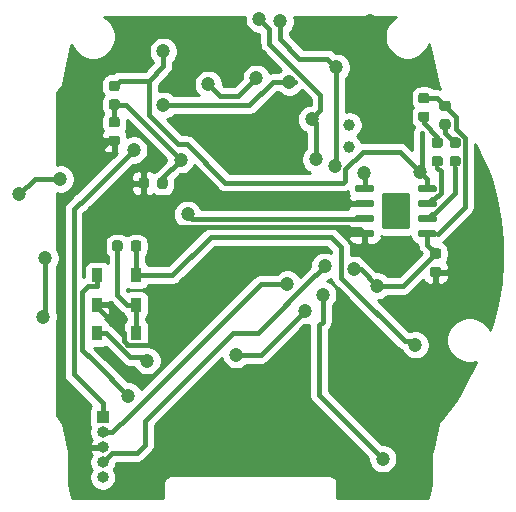
<source format=gbr>
G04 #@! TF.GenerationSoftware,KiCad,Pcbnew,5.1.8-1.fc33*
G04 #@! TF.CreationDate,2020-11-26T22:59:40+01:00*
G04 #@! TF.ProjectId,venom,76656e6f-6d2e-46b6-9963-61645f706362,rev?*
G04 #@! TF.SameCoordinates,Original*
G04 #@! TF.FileFunction,Copper,L2,Bot*
G04 #@! TF.FilePolarity,Positive*
%FSLAX46Y46*%
G04 Gerber Fmt 4.6, Leading zero omitted, Abs format (unit mm)*
G04 Created by KiCad (PCBNEW 5.1.8-1.fc33) date 2020-11-26 22:59:40*
%MOMM*%
%LPD*%
G01*
G04 APERTURE LIST*
G04 #@! TA.AperFunction,ComponentPad*
%ADD10C,1.000000*%
G04 #@! TD*
G04 #@! TA.AperFunction,SMDPad,CuDef*
%ADD11R,0.900000X1.200000*%
G04 #@! TD*
G04 #@! TA.AperFunction,ComponentPad*
%ADD12C,0.500000*%
G04 #@! TD*
G04 #@! TA.AperFunction,ComponentPad*
%ADD13R,1.000000X1.000000*%
G04 #@! TD*
G04 #@! TA.AperFunction,ComponentPad*
%ADD14O,1.000000X1.000000*%
G04 #@! TD*
G04 #@! TA.AperFunction,ViaPad*
%ADD15C,1.200000*%
G04 #@! TD*
G04 #@! TA.AperFunction,ViaPad*
%ADD16C,1.500000*%
G04 #@! TD*
G04 #@! TA.AperFunction,Conductor*
%ADD17C,0.400000*%
G04 #@! TD*
G04 #@! TA.AperFunction,Conductor*
%ADD18C,0.300000*%
G04 #@! TD*
G04 #@! TA.AperFunction,Conductor*
%ADD19C,0.254000*%
G04 #@! TD*
G04 #@! TA.AperFunction,Conductor*
%ADD20C,0.100000*%
G04 #@! TD*
G04 APERTURE END LIST*
D10*
X167894000Y-109728000D03*
X167894000Y-107828000D03*
G04 #@! TA.AperFunction,SMDPad,CuDef*
G36*
G01*
X147825000Y-118336250D02*
X147825000Y-117823750D01*
G75*
G02*
X148043750Y-117605000I218750J0D01*
G01*
X148481250Y-117605000D01*
G75*
G02*
X148700000Y-117823750I0J-218750D01*
G01*
X148700000Y-118336250D01*
G75*
G02*
X148481250Y-118555000I-218750J0D01*
G01*
X148043750Y-118555000D01*
G75*
G02*
X147825000Y-118336250I0J218750D01*
G01*
G37*
G04 #@! TD.AperFunction*
G04 #@! TA.AperFunction,SMDPad,CuDef*
G36*
G01*
X149400000Y-118336250D02*
X149400000Y-117823750D01*
G75*
G02*
X149618750Y-117605000I218750J0D01*
G01*
X150056250Y-117605000D01*
G75*
G02*
X150275000Y-117823750I0J-218750D01*
G01*
X150275000Y-118336250D01*
G75*
G02*
X150056250Y-118555000I-218750J0D01*
G01*
X149618750Y-118555000D01*
G75*
G02*
X149400000Y-118336250I0J218750D01*
G01*
G37*
G04 #@! TD.AperFunction*
D11*
X146540000Y-123070000D03*
X149840000Y-123070000D03*
X146540000Y-125450000D03*
X149840000Y-125450000D03*
X146550000Y-120560000D03*
X149850000Y-120560000D03*
G04 #@! TA.AperFunction,SMDPad,CuDef*
G36*
G01*
X147743750Y-105670000D02*
X148256250Y-105670000D01*
G75*
G02*
X148475000Y-105888750I0J-218750D01*
G01*
X148475000Y-106326250D01*
G75*
G02*
X148256250Y-106545000I-218750J0D01*
G01*
X147743750Y-106545000D01*
G75*
G02*
X147525000Y-106326250I0J218750D01*
G01*
X147525000Y-105888750D01*
G75*
G02*
X147743750Y-105670000I218750J0D01*
G01*
G37*
G04 #@! TD.AperFunction*
G04 #@! TA.AperFunction,SMDPad,CuDef*
G36*
G01*
X147743750Y-104095000D02*
X148256250Y-104095000D01*
G75*
G02*
X148475000Y-104313750I0J-218750D01*
G01*
X148475000Y-104751250D01*
G75*
G02*
X148256250Y-104970000I-218750J0D01*
G01*
X147743750Y-104970000D01*
G75*
G02*
X147525000Y-104751250I0J218750D01*
G01*
X147525000Y-104313750D01*
G75*
G02*
X147743750Y-104095000I218750J0D01*
G01*
G37*
G04 #@! TD.AperFunction*
G04 #@! TA.AperFunction,SMDPad,CuDef*
G36*
G01*
X147743750Y-107155000D02*
X148256250Y-107155000D01*
G75*
G02*
X148475000Y-107373750I0J-218750D01*
G01*
X148475000Y-107811250D01*
G75*
G02*
X148256250Y-108030000I-218750J0D01*
G01*
X147743750Y-108030000D01*
G75*
G02*
X147525000Y-107811250I0J218750D01*
G01*
X147525000Y-107373750D01*
G75*
G02*
X147743750Y-107155000I218750J0D01*
G01*
G37*
G04 #@! TD.AperFunction*
G04 #@! TA.AperFunction,SMDPad,CuDef*
G36*
G01*
X147743750Y-108730000D02*
X148256250Y-108730000D01*
G75*
G02*
X148475000Y-108948750I0J-218750D01*
G01*
X148475000Y-109386250D01*
G75*
G02*
X148256250Y-109605000I-218750J0D01*
G01*
X147743750Y-109605000D01*
G75*
G02*
X147525000Y-109386250I0J218750D01*
G01*
X147525000Y-108948750D01*
G75*
G02*
X147743750Y-108730000I218750J0D01*
G01*
G37*
G04 #@! TD.AperFunction*
G04 #@! TA.AperFunction,SMDPad,CuDef*
G36*
G01*
X175083750Y-108895000D02*
X175596250Y-108895000D01*
G75*
G02*
X175815000Y-109113750I0J-218750D01*
G01*
X175815000Y-109551250D01*
G75*
G02*
X175596250Y-109770000I-218750J0D01*
G01*
X175083750Y-109770000D01*
G75*
G02*
X174865000Y-109551250I0J218750D01*
G01*
X174865000Y-109113750D01*
G75*
G02*
X175083750Y-108895000I218750J0D01*
G01*
G37*
G04 #@! TD.AperFunction*
G04 #@! TA.AperFunction,SMDPad,CuDef*
G36*
G01*
X175083750Y-110470000D02*
X175596250Y-110470000D01*
G75*
G02*
X175815000Y-110688750I0J-218750D01*
G01*
X175815000Y-111126250D01*
G75*
G02*
X175596250Y-111345000I-218750J0D01*
G01*
X175083750Y-111345000D01*
G75*
G02*
X174865000Y-111126250I0J218750D01*
G01*
X174865000Y-110688750D01*
G75*
G02*
X175083750Y-110470000I218750J0D01*
G01*
G37*
G04 #@! TD.AperFunction*
G04 #@! TA.AperFunction,SMDPad,CuDef*
G36*
G01*
X176603750Y-110470000D02*
X177116250Y-110470000D01*
G75*
G02*
X177335000Y-110688750I0J-218750D01*
G01*
X177335000Y-111126250D01*
G75*
G02*
X177116250Y-111345000I-218750J0D01*
G01*
X176603750Y-111345000D01*
G75*
G02*
X176385000Y-111126250I0J218750D01*
G01*
X176385000Y-110688750D01*
G75*
G02*
X176603750Y-110470000I218750J0D01*
G01*
G37*
G04 #@! TD.AperFunction*
G04 #@! TA.AperFunction,SMDPad,CuDef*
G36*
G01*
X176603750Y-108895000D02*
X177116250Y-108895000D01*
G75*
G02*
X177335000Y-109113750I0J-218750D01*
G01*
X177335000Y-109551250D01*
G75*
G02*
X177116250Y-109770000I-218750J0D01*
G01*
X176603750Y-109770000D01*
G75*
G02*
X176385000Y-109551250I0J218750D01*
G01*
X176385000Y-109113750D01*
G75*
G02*
X176603750Y-108895000I218750J0D01*
G01*
G37*
G04 #@! TD.AperFunction*
G04 #@! TA.AperFunction,SMDPad,CuDef*
G36*
G01*
X170645000Y-116420002D02*
X170645000Y-113819998D01*
G75*
G02*
X170894998Y-113570000I249998J0D01*
G01*
X172805002Y-113570000D01*
G75*
G02*
X173055000Y-113819998I0J-249998D01*
G01*
X173055000Y-116420002D01*
G75*
G02*
X172805002Y-116670000I-249998J0D01*
G01*
X170894998Y-116670000D01*
G75*
G02*
X170645000Y-116420002I0J249998D01*
G01*
G37*
G04 #@! TD.AperFunction*
D12*
X170895000Y-116420000D03*
X172805000Y-116420000D03*
X170895000Y-115120000D03*
X172805000Y-115120000D03*
X170895000Y-113820000D03*
X172805000Y-113820000D03*
G04 #@! TA.AperFunction,SMDPad,CuDef*
G36*
G01*
X168400000Y-117175000D02*
X168400000Y-116875000D01*
G75*
G02*
X168550000Y-116725000I150000J0D01*
G01*
X169850000Y-116725000D01*
G75*
G02*
X170000000Y-116875000I0J-150000D01*
G01*
X170000000Y-117175000D01*
G75*
G02*
X169850000Y-117325000I-150000J0D01*
G01*
X168550000Y-117325000D01*
G75*
G02*
X168400000Y-117175000I0J150000D01*
G01*
G37*
G04 #@! TD.AperFunction*
G04 #@! TA.AperFunction,SMDPad,CuDef*
G36*
G01*
X168400000Y-115905000D02*
X168400000Y-115605000D01*
G75*
G02*
X168550000Y-115455000I150000J0D01*
G01*
X169850000Y-115455000D01*
G75*
G02*
X170000000Y-115605000I0J-150000D01*
G01*
X170000000Y-115905000D01*
G75*
G02*
X169850000Y-116055000I-150000J0D01*
G01*
X168550000Y-116055000D01*
G75*
G02*
X168400000Y-115905000I0J150000D01*
G01*
G37*
G04 #@! TD.AperFunction*
G04 #@! TA.AperFunction,SMDPad,CuDef*
G36*
G01*
X168400000Y-114635000D02*
X168400000Y-114335000D01*
G75*
G02*
X168550000Y-114185000I150000J0D01*
G01*
X169850000Y-114185000D01*
G75*
G02*
X170000000Y-114335000I0J-150000D01*
G01*
X170000000Y-114635000D01*
G75*
G02*
X169850000Y-114785000I-150000J0D01*
G01*
X168550000Y-114785000D01*
G75*
G02*
X168400000Y-114635000I0J150000D01*
G01*
G37*
G04 #@! TD.AperFunction*
G04 #@! TA.AperFunction,SMDPad,CuDef*
G36*
G01*
X168400000Y-113365000D02*
X168400000Y-113065000D01*
G75*
G02*
X168550000Y-112915000I150000J0D01*
G01*
X169850000Y-112915000D01*
G75*
G02*
X170000000Y-113065000I0J-150000D01*
G01*
X170000000Y-113365000D01*
G75*
G02*
X169850000Y-113515000I-150000J0D01*
G01*
X168550000Y-113515000D01*
G75*
G02*
X168400000Y-113365000I0J150000D01*
G01*
G37*
G04 #@! TD.AperFunction*
G04 #@! TA.AperFunction,SMDPad,CuDef*
G36*
G01*
X173700000Y-113365000D02*
X173700000Y-113065000D01*
G75*
G02*
X173850000Y-112915000I150000J0D01*
G01*
X175150000Y-112915000D01*
G75*
G02*
X175300000Y-113065000I0J-150000D01*
G01*
X175300000Y-113365000D01*
G75*
G02*
X175150000Y-113515000I-150000J0D01*
G01*
X173850000Y-113515000D01*
G75*
G02*
X173700000Y-113365000I0J150000D01*
G01*
G37*
G04 #@! TD.AperFunction*
G04 #@! TA.AperFunction,SMDPad,CuDef*
G36*
G01*
X173700000Y-114635000D02*
X173700000Y-114335000D01*
G75*
G02*
X173850000Y-114185000I150000J0D01*
G01*
X175150000Y-114185000D01*
G75*
G02*
X175300000Y-114335000I0J-150000D01*
G01*
X175300000Y-114635000D01*
G75*
G02*
X175150000Y-114785000I-150000J0D01*
G01*
X173850000Y-114785000D01*
G75*
G02*
X173700000Y-114635000I0J150000D01*
G01*
G37*
G04 #@! TD.AperFunction*
G04 #@! TA.AperFunction,SMDPad,CuDef*
G36*
G01*
X173700000Y-115905000D02*
X173700000Y-115605000D01*
G75*
G02*
X173850000Y-115455000I150000J0D01*
G01*
X175150000Y-115455000D01*
G75*
G02*
X175300000Y-115605000I0J-150000D01*
G01*
X175300000Y-115905000D01*
G75*
G02*
X175150000Y-116055000I-150000J0D01*
G01*
X173850000Y-116055000D01*
G75*
G02*
X173700000Y-115905000I0J150000D01*
G01*
G37*
G04 #@! TD.AperFunction*
G04 #@! TA.AperFunction,SMDPad,CuDef*
G36*
G01*
X173700000Y-117175000D02*
X173700000Y-116875000D01*
G75*
G02*
X173850000Y-116725000I150000J0D01*
G01*
X175150000Y-116725000D01*
G75*
G02*
X175300000Y-116875000I0J-150000D01*
G01*
X175300000Y-117175000D01*
G75*
G02*
X175150000Y-117325000I-150000J0D01*
G01*
X173850000Y-117325000D01*
G75*
G02*
X173700000Y-117175000I0J150000D01*
G01*
G37*
G04 #@! TD.AperFunction*
G04 #@! TA.AperFunction,SMDPad,CuDef*
G36*
G01*
X174943750Y-118275000D02*
X175456250Y-118275000D01*
G75*
G02*
X175675000Y-118493750I0J-218750D01*
G01*
X175675000Y-118931250D01*
G75*
G02*
X175456250Y-119150000I-218750J0D01*
G01*
X174943750Y-119150000D01*
G75*
G02*
X174725000Y-118931250I0J218750D01*
G01*
X174725000Y-118493750D01*
G75*
G02*
X174943750Y-118275000I218750J0D01*
G01*
G37*
G04 #@! TD.AperFunction*
G04 #@! TA.AperFunction,SMDPad,CuDef*
G36*
G01*
X174943750Y-119850000D02*
X175456250Y-119850000D01*
G75*
G02*
X175675000Y-120068750I0J-218750D01*
G01*
X175675000Y-120506250D01*
G75*
G02*
X175456250Y-120725000I-218750J0D01*
G01*
X174943750Y-120725000D01*
G75*
G02*
X174725000Y-120506250I0J218750D01*
G01*
X174725000Y-120068750D01*
G75*
G02*
X174943750Y-119850000I218750J0D01*
G01*
G37*
G04 #@! TD.AperFunction*
G04 #@! TA.AperFunction,SMDPad,CuDef*
G36*
G01*
X174456250Y-106000000D02*
X173943750Y-106000000D01*
G75*
G02*
X173725000Y-105781250I0J218750D01*
G01*
X173725000Y-105343750D01*
G75*
G02*
X173943750Y-105125000I218750J0D01*
G01*
X174456250Y-105125000D01*
G75*
G02*
X174675000Y-105343750I0J-218750D01*
G01*
X174675000Y-105781250D01*
G75*
G02*
X174456250Y-106000000I-218750J0D01*
G01*
G37*
G04 #@! TD.AperFunction*
G04 #@! TA.AperFunction,SMDPad,CuDef*
G36*
G01*
X174456250Y-107575000D02*
X173943750Y-107575000D01*
G75*
G02*
X173725000Y-107356250I0J218750D01*
G01*
X173725000Y-106918750D01*
G75*
G02*
X173943750Y-106700000I218750J0D01*
G01*
X174456250Y-106700000D01*
G75*
G02*
X174675000Y-106918750I0J-218750D01*
G01*
X174675000Y-107356250D01*
G75*
G02*
X174456250Y-107575000I-218750J0D01*
G01*
G37*
G04 #@! TD.AperFunction*
G04 #@! TA.AperFunction,SMDPad,CuDef*
G36*
G01*
X176256250Y-108225000D02*
X175743750Y-108225000D01*
G75*
G02*
X175525000Y-108006250I0J218750D01*
G01*
X175525000Y-107568750D01*
G75*
G02*
X175743750Y-107350000I218750J0D01*
G01*
X176256250Y-107350000D01*
G75*
G02*
X176475000Y-107568750I0J-218750D01*
G01*
X176475000Y-108006250D01*
G75*
G02*
X176256250Y-108225000I-218750J0D01*
G01*
G37*
G04 #@! TD.AperFunction*
G04 #@! TA.AperFunction,SMDPad,CuDef*
G36*
G01*
X176256250Y-106650000D02*
X175743750Y-106650000D01*
G75*
G02*
X175525000Y-106431250I0J218750D01*
G01*
X175525000Y-105993750D01*
G75*
G02*
X175743750Y-105775000I218750J0D01*
G01*
X176256250Y-105775000D01*
G75*
G02*
X176475000Y-105993750I0J-218750D01*
G01*
X176475000Y-106431250D01*
G75*
G02*
X176256250Y-106650000I-218750J0D01*
G01*
G37*
G04 #@! TD.AperFunction*
G04 #@! TA.AperFunction,SMDPad,CuDef*
G36*
G01*
X152515000Y-112503750D02*
X152515000Y-113016250D01*
G75*
G02*
X152296250Y-113235000I-218750J0D01*
G01*
X151858750Y-113235000D01*
G75*
G02*
X151640000Y-113016250I0J218750D01*
G01*
X151640000Y-112503750D01*
G75*
G02*
X151858750Y-112285000I218750J0D01*
G01*
X152296250Y-112285000D01*
G75*
G02*
X152515000Y-112503750I0J-218750D01*
G01*
G37*
G04 #@! TD.AperFunction*
G04 #@! TA.AperFunction,SMDPad,CuDef*
G36*
G01*
X150940000Y-112503750D02*
X150940000Y-113016250D01*
G75*
G02*
X150721250Y-113235000I-218750J0D01*
G01*
X150283750Y-113235000D01*
G75*
G02*
X150065000Y-113016250I0J218750D01*
G01*
X150065000Y-112503750D01*
G75*
G02*
X150283750Y-112285000I218750J0D01*
G01*
X150721250Y-112285000D01*
G75*
G02*
X150940000Y-112503750I0J-218750D01*
G01*
G37*
G04 #@! TD.AperFunction*
D13*
X147012660Y-132593080D03*
D14*
X147012660Y-133863080D03*
X147012660Y-135133080D03*
X147012660Y-136403080D03*
X147012660Y-137673080D03*
D15*
X145900000Y-110830000D03*
X147950000Y-115300000D03*
X144250000Y-104150000D03*
X171450000Y-103400000D03*
X163850000Y-105750000D03*
X169900000Y-118850000D03*
X179055000Y-111995000D03*
X154700000Y-120850000D03*
X175400000Y-123150000D03*
X169680000Y-99020000D03*
X153162000Y-104648000D03*
X157734000Y-103886000D03*
X153670000Y-107696000D03*
D16*
X156438600Y-133179820D03*
D15*
X162814000Y-104200000D03*
X152146000Y-106172000D03*
X158300000Y-127300000D03*
X164150000Y-123550000D03*
X173500000Y-126450000D03*
X149190000Y-130780000D03*
X150763173Y-127786827D03*
X164700000Y-107350000D03*
X165050000Y-110749999D03*
X160274000Y-98875000D03*
X166790000Y-102960000D03*
X166650000Y-111350000D03*
X162052000Y-99060000D03*
X152146000Y-101600000D03*
X173900000Y-111800000D03*
X169150000Y-111900000D03*
X170250000Y-121450000D03*
X168300000Y-120050000D03*
X153640000Y-110790000D03*
X154200000Y-115400000D03*
X165800000Y-119800000D03*
X162650000Y-121300000D03*
X149650000Y-109950000D03*
X170730000Y-136080000D03*
X165650000Y-122200000D03*
X143440000Y-112410000D03*
X139965000Y-113715000D03*
X142140000Y-119110000D03*
X141960000Y-124060000D03*
X160020000Y-103886000D03*
X155956000Y-104394000D03*
D17*
X148000000Y-109167500D02*
X147562500Y-109167500D01*
X147562500Y-109167500D02*
X145900000Y-110830000D01*
X149069999Y-126450001D02*
X151649999Y-126450001D01*
X146540000Y-123070000D02*
X146540000Y-123220000D01*
X151649999Y-126450001D02*
X152500000Y-125600000D01*
D18*
X145900000Y-110830000D02*
X145900000Y-110830000D01*
D17*
X169200000Y-117025000D02*
X169200000Y-118150000D01*
X169200000Y-118150000D02*
X169900000Y-118850000D01*
X168135000Y-114485000D02*
X167300000Y-113650000D01*
X169200000Y-114485000D02*
X168135000Y-114485000D01*
D18*
X175400000Y-123150000D02*
X175400000Y-123150000D01*
D17*
X146540000Y-123220000D02*
X148800000Y-125480000D01*
X148800000Y-125480000D02*
X148800000Y-126111458D01*
X149104271Y-126415729D02*
X148800000Y-126111458D01*
X175200000Y-122950000D02*
X175400000Y-123150000D01*
X175200000Y-120287500D02*
X175200000Y-122950000D01*
X168829290Y-116654290D02*
X169200000Y-117025000D01*
X167969168Y-116654290D02*
X168829290Y-116654290D01*
X147950000Y-115300000D02*
X149150001Y-116500001D01*
X167814879Y-116500001D02*
X167969168Y-116654290D01*
X149150001Y-116500001D02*
X167814879Y-116500001D01*
X160400000Y-127300000D02*
X158300000Y-127300000D01*
X164150000Y-123550000D02*
X160400000Y-127300000D01*
X152146000Y-106172000D02*
X159428000Y-106172000D01*
X159428000Y-106172000D02*
X161400000Y-104200000D01*
X161400000Y-104200000D02*
X163322000Y-104200000D01*
X149840000Y-122920000D02*
X149840000Y-123070000D01*
X148262500Y-122242500D02*
X149090000Y-123070000D01*
X149090000Y-123070000D02*
X149840000Y-123070000D01*
X148262500Y-118080000D02*
X148262500Y-122242500D01*
X149840000Y-125450000D02*
X149840000Y-123070000D01*
D18*
X149850000Y-118092500D02*
X149837500Y-118080000D01*
D17*
X149850000Y-120560000D02*
X149850000Y-118092500D01*
D18*
X173180001Y-126130001D02*
X173500000Y-126450000D01*
D17*
X172572881Y-126130001D02*
X173180001Y-126130001D01*
X167821440Y-121378560D02*
X172572881Y-126130001D01*
X167199999Y-118199999D02*
X167199999Y-120757119D01*
X166310000Y-117310000D02*
X167199999Y-118199999D01*
X167471440Y-121028560D02*
X167821440Y-121378560D01*
X167199999Y-120757119D02*
X167471440Y-121028560D01*
D18*
X167321440Y-120878560D02*
X167471440Y-121028560D01*
D17*
X149850000Y-120560000D02*
X152900002Y-120560000D01*
X152900002Y-120560000D02*
X156150002Y-117310000D01*
X156150002Y-117310000D02*
X166310000Y-117310000D01*
X146550000Y-120560000D02*
X146550000Y-121460000D01*
X149180000Y-130770000D02*
X149190000Y-130780000D01*
X149190000Y-130780000D02*
X149190000Y-130780000D01*
X146550000Y-121460000D02*
X145790000Y-121460000D01*
X145790000Y-121460000D02*
X145300000Y-121950000D01*
X145300000Y-126890000D02*
X146355000Y-127945000D01*
X145739999Y-127329999D02*
X146355000Y-127945000D01*
X145300000Y-121950000D02*
X145300000Y-126890000D01*
X146355000Y-127945000D02*
X149180000Y-130770000D01*
X146540000Y-125450000D02*
X147290000Y-125450000D01*
X147290000Y-125450000D02*
X149343419Y-127503419D01*
X149343419Y-127503419D02*
X150479765Y-127503419D01*
X150479765Y-127503419D02*
X150763173Y-127786827D01*
D18*
X165050000Y-107700000D02*
X164700000Y-107350000D01*
D17*
X165050000Y-110749999D02*
X165050000Y-107700000D01*
X165449999Y-105279999D02*
X161130000Y-100960000D01*
X164700000Y-107350000D02*
X165449999Y-106600001D01*
X165449999Y-106600001D02*
X165449999Y-105279999D01*
X161130000Y-99731000D02*
X160274000Y-98875000D01*
X161130000Y-100960000D02*
X161130000Y-99731000D01*
X166790000Y-102960000D02*
X166790000Y-102960000D01*
D18*
X166900000Y-103070000D02*
X166790000Y-102960000D01*
D17*
X166790000Y-111210000D02*
X166650000Y-111350000D01*
X166790000Y-102960000D02*
X166790000Y-111210000D01*
X166790000Y-102940000D02*
X166790000Y-102960000D01*
X162052000Y-100584000D02*
X162052000Y-99060000D01*
X163678001Y-102210001D02*
X162052000Y-100584000D01*
X166790000Y-102960000D02*
X166040001Y-102210001D01*
X166040001Y-102210001D02*
X163678001Y-102210001D01*
D18*
X173900000Y-111800000D02*
X174060000Y-111640000D01*
D17*
X174060000Y-111640000D02*
X174060000Y-110890000D01*
D18*
X174060000Y-111600000D02*
X174060000Y-110890000D01*
D17*
X174500000Y-112400000D02*
X173900000Y-111800000D01*
X174500000Y-113215000D02*
X174500000Y-112400000D01*
X148461612Y-104070888D02*
X150919112Y-104070888D01*
X148000000Y-104532500D02*
X148461612Y-104070888D01*
X174060000Y-110890000D02*
X174060000Y-108510000D01*
X173900000Y-111800000D02*
X172190000Y-110090000D01*
X157414000Y-112710000D02*
X158938000Y-112710000D01*
X154178000Y-109474000D02*
X157414000Y-112710000D01*
X158938000Y-112710000D02*
X158455998Y-112710000D01*
X167380000Y-112710000D02*
X158938000Y-112710000D01*
X150919112Y-106977112D02*
X153416000Y-109474000D01*
X150919112Y-104070888D02*
X150919112Y-106977112D01*
X153416000Y-109474000D02*
X154178000Y-109474000D01*
X152146000Y-102844000D02*
X152146000Y-101600000D01*
X150919112Y-104070888D02*
X152146000Y-102844000D01*
X172190000Y-110090000D02*
X169056000Y-110090000D01*
X167550001Y-112539999D02*
X167380000Y-112710000D01*
X167550001Y-111595999D02*
X167550001Y-112539999D01*
X169056000Y-110090000D02*
X167550001Y-111595999D01*
D18*
X175400000Y-117025000D02*
X174500000Y-117025000D01*
D17*
X177685010Y-114739990D02*
X175400000Y-117025000D01*
X169200000Y-113215000D02*
X169200000Y-111950000D01*
D18*
X169200000Y-111950000D02*
X169150000Y-111900000D01*
D17*
X168850000Y-120050000D02*
X170250000Y-121450000D01*
D18*
X168300000Y-120050000D02*
X168850000Y-120050000D01*
D17*
X176972510Y-107185010D02*
X176000000Y-106212500D01*
X175350000Y-105562500D02*
X176000000Y-106212500D01*
X174200000Y-105562500D02*
X175350000Y-105562500D01*
X177685010Y-108913516D02*
X177685010Y-114739990D01*
X176972510Y-108201016D02*
X177685010Y-108913516D01*
X176972510Y-107185010D02*
X176972510Y-108201016D01*
X172462500Y-121450000D02*
X175200000Y-118712500D01*
X170250000Y-121450000D02*
X172462500Y-121450000D01*
X174500000Y-118012500D02*
X175200000Y-118712500D01*
X174500000Y-117025000D02*
X174500000Y-118012500D01*
X175340000Y-108815000D02*
X175340000Y-109332500D01*
X174200000Y-107675000D02*
X175340000Y-108815000D01*
X174200000Y-107137500D02*
X174200000Y-107675000D01*
X176000000Y-108472500D02*
X176860000Y-109332500D01*
X176000000Y-107787500D02*
X176000000Y-108472500D01*
X148000000Y-106107500D02*
X148000000Y-107592500D01*
X148000000Y-106107500D02*
X148957500Y-106107500D01*
X148957500Y-106107500D02*
X153640000Y-110790000D01*
X152077500Y-112352500D02*
X153640000Y-110790000D01*
X152077500Y-112760000D02*
X152077500Y-112352500D01*
X175650010Y-111755010D02*
X175340000Y-111445000D01*
D18*
X175340000Y-111445000D02*
X175340000Y-110907500D01*
D17*
X175650010Y-113572114D02*
X175650010Y-111755010D01*
X175107834Y-114114290D02*
X175650010Y-113572114D01*
X174870710Y-114114290D02*
X175107834Y-114114290D01*
X174500000Y-114485000D02*
X174870710Y-114114290D01*
X175107834Y-115384290D02*
X176860000Y-113632124D01*
D18*
X176860000Y-111445000D02*
X176860000Y-110907500D01*
D17*
X174870710Y-115384290D02*
X175107834Y-115384290D01*
X176860000Y-113632124D02*
X176860000Y-111445000D01*
X174500000Y-115755000D02*
X174870710Y-115384290D01*
X154200000Y-115400000D02*
X154555000Y-115755000D01*
X167776998Y-115755000D02*
X169200000Y-115755000D01*
X154555000Y-115755000D02*
X167776998Y-115755000D01*
X165050001Y-120549999D02*
X165800000Y-119800000D01*
D18*
X165028003Y-120549999D02*
X165050001Y-120549999D01*
D17*
X147815740Y-135600000D02*
X147012660Y-136403080D01*
X149900000Y-135600000D02*
X147815740Y-135600000D01*
X150600000Y-134900000D02*
X149900000Y-135600000D01*
X150600000Y-132900000D02*
X150600000Y-134900000D01*
X158050000Y-125450000D02*
X150600000Y-132900000D01*
X160128002Y-125450000D02*
X158050000Y-125450000D01*
X165028003Y-120549999D02*
X160128002Y-125450000D01*
D18*
X161492880Y-121300000D02*
X162650000Y-121300000D01*
D17*
X160400000Y-121300000D02*
X162650000Y-121300000D01*
X147836920Y-133863080D02*
X149299310Y-132400690D01*
X149299310Y-132400690D02*
X160400000Y-121300000D01*
X147012660Y-133863080D02*
X147836920Y-133863080D01*
X149000000Y-132700000D02*
X149299310Y-132400690D01*
X145189989Y-114410011D02*
X149650000Y-109950000D01*
X145089989Y-114410011D02*
X145189989Y-114410011D01*
X144550000Y-128950000D02*
X144550000Y-114950000D01*
X147012660Y-131412660D02*
X144550000Y-128950000D01*
X144550000Y-114950000D02*
X145089989Y-114410011D01*
X147012660Y-132593080D02*
X147012660Y-131412660D01*
X165650000Y-124480000D02*
X165650000Y-122200000D01*
X165340000Y-124790000D02*
X165650000Y-124480000D01*
X166240000Y-131590000D02*
X170730000Y-136080000D01*
X166240000Y-131590000D02*
X165340000Y-130690000D01*
X165340000Y-124790000D02*
X165340000Y-130690000D01*
X139950000Y-113730000D02*
X139965000Y-113715000D01*
X141270000Y-112410000D02*
X143440000Y-112410000D01*
X143440000Y-112410000D02*
X143500000Y-112410000D01*
X139965000Y-113715000D02*
X141270000Y-112410000D01*
X142140000Y-121980000D02*
X142140000Y-119110000D01*
X142140000Y-121980000D02*
X142140000Y-123880000D01*
X142140000Y-123880000D02*
X141960000Y-124060000D01*
X160020000Y-103886000D02*
X158496000Y-105410000D01*
X156972000Y-105410000D02*
X157988000Y-105410000D01*
X155956000Y-104394000D02*
X156972000Y-105410000D01*
X158496000Y-105410000D02*
X157988000Y-105410000D01*
X157988000Y-105410000D02*
X157703998Y-105410000D01*
D19*
X159039000Y-98753363D02*
X159039000Y-98996637D01*
X159086460Y-99235236D01*
X159179557Y-99459992D01*
X159314713Y-99662267D01*
X159486733Y-99834287D01*
X159689008Y-99969443D01*
X159913764Y-100062540D01*
X160152363Y-100110000D01*
X160295001Y-100110000D01*
X160295000Y-100918981D01*
X160290960Y-100960000D01*
X160296378Y-101015008D01*
X160307082Y-101123688D01*
X160354828Y-101281086D01*
X160432364Y-101426145D01*
X160536709Y-101553291D01*
X160568579Y-101579446D01*
X162148490Y-103159357D01*
X162026733Y-103240713D01*
X161902446Y-103365000D01*
X161441018Y-103365000D01*
X161399999Y-103360960D01*
X161358981Y-103365000D01*
X161236311Y-103377082D01*
X161156040Y-103401432D01*
X161114443Y-103301008D01*
X160979287Y-103098733D01*
X160807267Y-102926713D01*
X160604992Y-102791557D01*
X160380236Y-102698460D01*
X160141637Y-102651000D01*
X159898363Y-102651000D01*
X159659764Y-102698460D01*
X159435008Y-102791557D01*
X159232733Y-102926713D01*
X159060713Y-103098733D01*
X158925557Y-103301008D01*
X158832460Y-103525764D01*
X158785000Y-103764363D01*
X158785000Y-103940132D01*
X158150133Y-104575000D01*
X157317868Y-104575000D01*
X157191000Y-104448132D01*
X157191000Y-104272363D01*
X157143540Y-104033764D01*
X157050443Y-103809008D01*
X156915287Y-103606733D01*
X156743267Y-103434713D01*
X156540992Y-103299557D01*
X156316236Y-103206460D01*
X156077637Y-103159000D01*
X155834363Y-103159000D01*
X155595764Y-103206460D01*
X155371008Y-103299557D01*
X155168733Y-103434713D01*
X154996713Y-103606733D01*
X154861557Y-103809008D01*
X154768460Y-104033764D01*
X154721000Y-104272363D01*
X154721000Y-104515637D01*
X154768460Y-104754236D01*
X154861557Y-104978992D01*
X154996713Y-105181267D01*
X155152446Y-105337000D01*
X153057554Y-105337000D01*
X152933267Y-105212713D01*
X152730992Y-105077557D01*
X152506236Y-104984460D01*
X152267637Y-104937000D01*
X152024363Y-104937000D01*
X151785764Y-104984460D01*
X151754112Y-104997571D01*
X151754112Y-104416755D01*
X152707433Y-103463436D01*
X152739291Y-103437291D01*
X152791847Y-103373252D01*
X152843636Y-103310146D01*
X152921172Y-103165087D01*
X152946486Y-103081637D01*
X152968918Y-103007689D01*
X152981000Y-102885019D01*
X152981000Y-102885018D01*
X152985040Y-102844000D01*
X152981000Y-102802982D01*
X152981000Y-102511554D01*
X153105287Y-102387267D01*
X153240443Y-102184992D01*
X153333540Y-101960236D01*
X153381000Y-101721637D01*
X153381000Y-101478363D01*
X153333540Y-101239764D01*
X153240443Y-101015008D01*
X153105287Y-100812733D01*
X152933267Y-100640713D01*
X152730992Y-100505557D01*
X152506236Y-100412460D01*
X152267637Y-100365000D01*
X152024363Y-100365000D01*
X151785764Y-100412460D01*
X151561008Y-100505557D01*
X151358733Y-100640713D01*
X151186713Y-100812733D01*
X151051557Y-101015008D01*
X150958460Y-101239764D01*
X150911000Y-101478363D01*
X150911000Y-101721637D01*
X150958460Y-101960236D01*
X151051557Y-102184992D01*
X151186713Y-102387267D01*
X151304289Y-102504843D01*
X150573245Y-103235888D01*
X148502630Y-103235888D01*
X148461612Y-103231848D01*
X148420593Y-103235888D01*
X148297923Y-103247970D01*
X148140525Y-103295716D01*
X147995466Y-103373252D01*
X147893506Y-103456928D01*
X147743750Y-103456928D01*
X147576592Y-103473392D01*
X147415858Y-103522150D01*
X147267725Y-103601329D01*
X147137885Y-103707885D01*
X147031329Y-103837725D01*
X146952150Y-103985858D01*
X146903392Y-104146592D01*
X146886928Y-104313750D01*
X146886928Y-104751250D01*
X146903392Y-104918408D01*
X146952150Y-105079142D01*
X147031329Y-105227275D01*
X147107426Y-105320000D01*
X147031329Y-105412725D01*
X146952150Y-105560858D01*
X146903392Y-105721592D01*
X146886928Y-105888750D01*
X146886928Y-106326250D01*
X146903392Y-106493408D01*
X146952150Y-106654142D01*
X147031329Y-106802275D01*
X147070496Y-106850000D01*
X147031329Y-106897725D01*
X146952150Y-107045858D01*
X146903392Y-107206592D01*
X146886928Y-107373750D01*
X146886928Y-107811250D01*
X146903392Y-107978408D01*
X146952150Y-108139142D01*
X147031329Y-108287275D01*
X147049100Y-108308930D01*
X146994463Y-108375506D01*
X146935498Y-108485820D01*
X146899188Y-108605518D01*
X146886928Y-108730000D01*
X146890000Y-108881750D01*
X147048750Y-109040500D01*
X147873000Y-109040500D01*
X147873000Y-109020500D01*
X148127000Y-109020500D01*
X148127000Y-109040500D01*
X148147000Y-109040500D01*
X148147000Y-109294500D01*
X148127000Y-109294500D01*
X148127000Y-110081250D01*
X148232441Y-110186691D01*
X144790996Y-113628137D01*
X144768902Y-113634839D01*
X144623843Y-113712375D01*
X144496698Y-113816720D01*
X144470550Y-113848582D01*
X143988574Y-114330559D01*
X143956710Y-114356709D01*
X143894448Y-114432576D01*
X143852364Y-114483855D01*
X143774828Y-114628914D01*
X143727082Y-114786312D01*
X143710960Y-114950000D01*
X143715001Y-114991029D01*
X143715000Y-128908981D01*
X143710960Y-128950000D01*
X143721037Y-129052315D01*
X143727082Y-129113688D01*
X143774828Y-129271086D01*
X143852364Y-129416145D01*
X143956709Y-129543291D01*
X143988579Y-129569446D01*
X146061273Y-131642141D01*
X145982123Y-131738586D01*
X145923158Y-131848900D01*
X145886848Y-131968598D01*
X145874588Y-132093080D01*
X145874588Y-133093080D01*
X145886848Y-133217562D01*
X145923158Y-133337260D01*
X145967548Y-133420306D01*
X145921277Y-133532013D01*
X145877660Y-133751292D01*
X145877660Y-133974868D01*
X145921277Y-134194147D01*
X146006836Y-134400704D01*
X146075013Y-134502738D01*
X146025537Y-134572874D01*
X145935214Y-134776216D01*
X145918541Y-134831206D01*
X146044706Y-135006080D01*
X146885660Y-135006080D01*
X146885660Y-134995054D01*
X146900872Y-134998080D01*
X147124448Y-134998080D01*
X147139660Y-134995054D01*
X147139660Y-135006080D01*
X147159660Y-135006080D01*
X147159660Y-135075211D01*
X146966792Y-135268080D01*
X146900872Y-135268080D01*
X146885660Y-135271106D01*
X146885660Y-135260080D01*
X146044706Y-135260080D01*
X145918541Y-135434954D01*
X145935214Y-135489944D01*
X146025537Y-135693286D01*
X146075013Y-135763422D01*
X146006836Y-135865456D01*
X145921277Y-136072013D01*
X145877660Y-136291292D01*
X145877660Y-136514868D01*
X145921277Y-136734147D01*
X146006836Y-136940704D01*
X146071901Y-137038080D01*
X146006836Y-137135456D01*
X145921277Y-137342013D01*
X145877660Y-137561292D01*
X145877660Y-137784868D01*
X145921277Y-138004147D01*
X146006836Y-138210704D01*
X146131048Y-138396600D01*
X146289140Y-138554692D01*
X146475036Y-138678904D01*
X146681593Y-138764463D01*
X146900872Y-138808080D01*
X147124448Y-138808080D01*
X147343727Y-138764463D01*
X147550284Y-138678904D01*
X147736180Y-138554692D01*
X147894272Y-138396600D01*
X148018484Y-138210704D01*
X148104043Y-138004147D01*
X148147660Y-137784868D01*
X148147660Y-137561292D01*
X148104043Y-137342013D01*
X148018484Y-137135456D01*
X147953419Y-137038080D01*
X148018484Y-136940704D01*
X148104043Y-136734147D01*
X148147660Y-136514868D01*
X148147660Y-136448948D01*
X148161608Y-136435000D01*
X149858982Y-136435000D01*
X149900000Y-136439040D01*
X149941018Y-136435000D01*
X149941019Y-136435000D01*
X150063689Y-136422918D01*
X150221087Y-136375172D01*
X150366146Y-136297636D01*
X150493291Y-136193291D01*
X150519446Y-136161422D01*
X151161426Y-135519442D01*
X151193291Y-135493291D01*
X151297636Y-135366146D01*
X151375172Y-135221087D01*
X151422918Y-135063689D01*
X151435000Y-134941019D01*
X151435000Y-134941009D01*
X151439039Y-134900001D01*
X151435000Y-134858993D01*
X151435000Y-133245867D01*
X157097225Y-127583643D01*
X157112460Y-127660236D01*
X157205557Y-127884992D01*
X157340713Y-128087267D01*
X157512733Y-128259287D01*
X157715008Y-128394443D01*
X157939764Y-128487540D01*
X158178363Y-128535000D01*
X158421637Y-128535000D01*
X158660236Y-128487540D01*
X158884992Y-128394443D01*
X159087267Y-128259287D01*
X159211554Y-128135000D01*
X160358982Y-128135000D01*
X160400000Y-128139040D01*
X160441018Y-128135000D01*
X160441019Y-128135000D01*
X160563689Y-128122918D01*
X160721087Y-128075172D01*
X160866146Y-127997636D01*
X160993291Y-127893291D01*
X161019446Y-127861421D01*
X164095869Y-124785000D01*
X164271637Y-124785000D01*
X164506045Y-124738374D01*
X164500960Y-124790000D01*
X164505000Y-124831019D01*
X164505001Y-130648972D01*
X164500960Y-130690000D01*
X164517082Y-130853688D01*
X164564828Y-131011086D01*
X164637375Y-131146811D01*
X164642365Y-131156146D01*
X164746710Y-131283291D01*
X164778574Y-131309441D01*
X165678570Y-132209438D01*
X165678575Y-132209442D01*
X169495000Y-136025869D01*
X169495000Y-136201637D01*
X169542460Y-136440236D01*
X169635557Y-136664992D01*
X169770713Y-136867267D01*
X169942733Y-137039287D01*
X170145008Y-137174443D01*
X170369764Y-137267540D01*
X170608363Y-137315000D01*
X170851637Y-137315000D01*
X171090236Y-137267540D01*
X171314992Y-137174443D01*
X171517267Y-137039287D01*
X171689287Y-136867267D01*
X171824443Y-136664992D01*
X171917540Y-136440236D01*
X171965000Y-136201637D01*
X171965000Y-135958363D01*
X171917540Y-135719764D01*
X171824443Y-135495008D01*
X171689287Y-135292733D01*
X171517267Y-135120713D01*
X171314992Y-134985557D01*
X171090236Y-134892460D01*
X170851637Y-134845000D01*
X170675869Y-134845000D01*
X166859442Y-131028575D01*
X166859438Y-131028570D01*
X166175000Y-130344133D01*
X166175000Y-125135867D01*
X166211422Y-125099445D01*
X166243291Y-125073291D01*
X166347636Y-124946146D01*
X166425172Y-124801087D01*
X166472918Y-124643689D01*
X166485000Y-124521019D01*
X166485000Y-124521017D01*
X166489040Y-124480001D01*
X166485000Y-124438985D01*
X166485000Y-123111554D01*
X166609287Y-122987267D01*
X166744443Y-122784992D01*
X166837540Y-122560236D01*
X166885000Y-122321637D01*
X166885000Y-122078363D01*
X166837540Y-121839764D01*
X166744443Y-121615008D01*
X166609287Y-121412733D01*
X166437267Y-121240713D01*
X166234992Y-121105557D01*
X166018255Y-121015782D01*
X166160236Y-120987540D01*
X166374896Y-120898625D01*
X166377081Y-120920807D01*
X166424827Y-121078205D01*
X166501068Y-121220841D01*
X166502364Y-121223265D01*
X166606709Y-121350410D01*
X166638572Y-121376560D01*
X166910011Y-121647999D01*
X166910016Y-121648003D01*
X167260011Y-121997999D01*
X167260017Y-121998004D01*
X171953440Y-126691428D01*
X171979590Y-126723292D01*
X172106735Y-126827637D01*
X172251794Y-126905173D01*
X172366153Y-126939863D01*
X172405557Y-127034992D01*
X172540713Y-127237267D01*
X172712733Y-127409287D01*
X172915008Y-127544443D01*
X173139764Y-127637540D01*
X173378363Y-127685000D01*
X173621637Y-127685000D01*
X173860236Y-127637540D01*
X174084992Y-127544443D01*
X174287267Y-127409287D01*
X174459287Y-127237267D01*
X174594443Y-127034992D01*
X174687540Y-126810236D01*
X174735000Y-126571637D01*
X174735000Y-126328363D01*
X174687540Y-126089764D01*
X174594443Y-125865008D01*
X174459287Y-125662733D01*
X174287267Y-125490713D01*
X174084992Y-125355557D01*
X173860236Y-125262460D01*
X173621637Y-125215000D01*
X173378363Y-125215000D01*
X173139764Y-125262460D01*
X173061203Y-125295001D01*
X172918749Y-125295001D01*
X170308747Y-122685000D01*
X170371637Y-122685000D01*
X170610236Y-122637540D01*
X170834992Y-122544443D01*
X171037267Y-122409287D01*
X171161554Y-122285000D01*
X172421482Y-122285000D01*
X172462500Y-122289040D01*
X172503518Y-122285000D01*
X172503519Y-122285000D01*
X172626189Y-122272918D01*
X172783587Y-122225172D01*
X172928646Y-122147636D01*
X173055791Y-122043291D01*
X173081946Y-122011421D01*
X174132866Y-120960502D01*
X174135498Y-120969180D01*
X174194463Y-121079494D01*
X174273815Y-121176185D01*
X174370506Y-121255537D01*
X174480820Y-121314502D01*
X174600518Y-121350812D01*
X174725000Y-121363072D01*
X174914250Y-121360000D01*
X175073000Y-121201250D01*
X175073000Y-120414500D01*
X175327000Y-120414500D01*
X175327000Y-121201250D01*
X175485750Y-121360000D01*
X175675000Y-121363072D01*
X175799482Y-121350812D01*
X175919180Y-121314502D01*
X176029494Y-121255537D01*
X176126185Y-121176185D01*
X176205537Y-121079494D01*
X176264502Y-120969180D01*
X176300812Y-120849482D01*
X176313072Y-120725000D01*
X176310000Y-120573250D01*
X176151250Y-120414500D01*
X175327000Y-120414500D01*
X175073000Y-120414500D01*
X175053000Y-120414500D01*
X175053000Y-120160500D01*
X175073000Y-120160500D01*
X175073000Y-120140500D01*
X175327000Y-120140500D01*
X175327000Y-120160500D01*
X176151250Y-120160500D01*
X176310000Y-120001750D01*
X176313072Y-119850000D01*
X176300812Y-119725518D01*
X176264502Y-119605820D01*
X176205537Y-119495506D01*
X176150900Y-119428930D01*
X176168671Y-119407275D01*
X176247850Y-119259142D01*
X176296608Y-119098408D01*
X176313072Y-118931250D01*
X176313072Y-118493750D01*
X176296608Y-118326592D01*
X176247850Y-118165858D01*
X176168671Y-118017725D01*
X176062115Y-117887885D01*
X175932275Y-117781329D01*
X175844307Y-117734309D01*
X175866145Y-117722636D01*
X175961429Y-117644438D01*
X178246437Y-115359431D01*
X178278301Y-115333281D01*
X178382646Y-115206136D01*
X178460182Y-115061077D01*
X178507928Y-114903679D01*
X178520010Y-114781009D01*
X178524050Y-114739991D01*
X178520010Y-114698972D01*
X178520010Y-109476965D01*
X179579688Y-111577323D01*
X179873362Y-112393620D01*
X180335507Y-114119948D01*
X180651576Y-115878894D01*
X180819351Y-117658115D01*
X180837657Y-119445133D01*
X180706365Y-121227409D01*
X180426394Y-122992463D01*
X179999708Y-124727900D01*
X179834986Y-125216991D01*
X179794156Y-125118419D01*
X179581235Y-124799761D01*
X179310239Y-124528765D01*
X178991581Y-124315844D01*
X178637507Y-124169182D01*
X178261624Y-124094414D01*
X177878376Y-124094414D01*
X177502493Y-124169182D01*
X177148419Y-124315844D01*
X176829761Y-124528765D01*
X176558765Y-124799761D01*
X176345844Y-125118419D01*
X176199182Y-125472493D01*
X176124414Y-125848376D01*
X176124414Y-126231624D01*
X176199182Y-126607507D01*
X176345844Y-126961581D01*
X176558765Y-127280239D01*
X176829761Y-127551235D01*
X177148419Y-127764156D01*
X177502493Y-127910818D01*
X177878376Y-127985586D01*
X178261624Y-127985586D01*
X178584165Y-127921428D01*
X177172882Y-130715881D01*
X176900651Y-131134870D01*
X175798611Y-132554941D01*
X175549965Y-132842900D01*
X175546423Y-132845740D01*
X175462809Y-132945291D01*
X175400220Y-133059242D01*
X175370877Y-133152152D01*
X174865141Y-135551461D01*
X174854589Y-135586246D01*
X174848582Y-135647236D01*
X174841889Y-135708073D01*
X174845039Y-135744277D01*
X174845040Y-138221321D01*
X174587021Y-139443000D01*
X166868958Y-139443000D01*
X166873193Y-139400000D01*
X166870000Y-139367581D01*
X166870000Y-138182419D01*
X166873193Y-138150000D01*
X166860450Y-138020617D01*
X166822710Y-137896207D01*
X166761425Y-137781550D01*
X166678948Y-137681052D01*
X166578450Y-137598575D01*
X166463793Y-137537290D01*
X166339383Y-137499550D01*
X166242419Y-137490000D01*
X166210000Y-137486807D01*
X166177581Y-137490000D01*
X152842419Y-137490000D01*
X152810000Y-137486807D01*
X152777581Y-137490000D01*
X152680617Y-137499550D01*
X152556207Y-137537290D01*
X152441550Y-137598575D01*
X152341052Y-137681052D01*
X152258575Y-137781550D01*
X152197290Y-137896207D01*
X152159550Y-138020617D01*
X152146807Y-138150000D01*
X152150000Y-138182420D01*
X152150001Y-139367571D01*
X152146807Y-139400000D01*
X152151042Y-139443000D01*
X144432852Y-139443000D01*
X144170000Y-138205816D01*
X144170000Y-135738648D01*
X144173150Y-135702444D01*
X144166457Y-135641607D01*
X144160450Y-135580617D01*
X144149898Y-135545832D01*
X143644162Y-133146523D01*
X143614819Y-133053614D01*
X143552230Y-132939663D01*
X143514318Y-132894525D01*
X143127308Y-132416383D01*
X143130042Y-124462481D01*
X143147540Y-124420236D01*
X143195000Y-124181637D01*
X143195000Y-123938363D01*
X143147540Y-123699764D01*
X143130318Y-123658187D01*
X143131627Y-119848866D01*
X143234443Y-119694992D01*
X143327540Y-119470236D01*
X143375000Y-119231637D01*
X143375000Y-118988363D01*
X143327540Y-118749764D01*
X143234443Y-118525008D01*
X143132135Y-118371894D01*
X143133773Y-113608283D01*
X143318363Y-113645000D01*
X143561637Y-113645000D01*
X143800236Y-113597540D01*
X144024992Y-113504443D01*
X144227267Y-113369287D01*
X144399287Y-113197267D01*
X144534443Y-112994992D01*
X144627540Y-112770236D01*
X144675000Y-112531637D01*
X144675000Y-112288363D01*
X144627540Y-112049764D01*
X144534443Y-111825008D01*
X144399287Y-111622733D01*
X144227267Y-111450713D01*
X144024992Y-111315557D01*
X143800236Y-111222460D01*
X143561637Y-111175000D01*
X143318363Y-111175000D01*
X143134596Y-111211553D01*
X143135148Y-109605000D01*
X146886928Y-109605000D01*
X146899188Y-109729482D01*
X146935498Y-109849180D01*
X146994463Y-109959494D01*
X147073815Y-110056185D01*
X147170506Y-110135537D01*
X147280820Y-110194502D01*
X147400518Y-110230812D01*
X147525000Y-110243072D01*
X147714250Y-110240000D01*
X147873000Y-110081250D01*
X147873000Y-109294500D01*
X147048750Y-109294500D01*
X146890000Y-109453250D01*
X146886928Y-109605000D01*
X143135148Y-109605000D01*
X143136699Y-105094190D01*
X143221391Y-104985058D01*
X143469737Y-104697445D01*
X143472924Y-104694897D01*
X143556676Y-104595460D01*
X143619421Y-104481595D01*
X143648892Y-104388726D01*
X144363065Y-101023451D01*
X144465844Y-101271581D01*
X144678765Y-101590239D01*
X144949761Y-101861235D01*
X145268419Y-102074156D01*
X145622493Y-102220818D01*
X145998376Y-102295586D01*
X146381624Y-102295586D01*
X146757507Y-102220818D01*
X147111581Y-102074156D01*
X147430239Y-101861235D01*
X147701235Y-101590239D01*
X147914156Y-101271581D01*
X148060818Y-100917507D01*
X148135586Y-100541624D01*
X148135586Y-100158376D01*
X148060818Y-99782493D01*
X147914156Y-99428419D01*
X147701235Y-99109761D01*
X147430239Y-98838765D01*
X147162699Y-98660000D01*
X159057571Y-98660000D01*
X159039000Y-98753363D01*
G04 #@! TA.AperFunction,Conductor*
D20*
G36*
X159039000Y-98753363D02*
G01*
X159039000Y-98996637D01*
X159086460Y-99235236D01*
X159179557Y-99459992D01*
X159314713Y-99662267D01*
X159486733Y-99834287D01*
X159689008Y-99969443D01*
X159913764Y-100062540D01*
X160152363Y-100110000D01*
X160295001Y-100110000D01*
X160295000Y-100918981D01*
X160290960Y-100960000D01*
X160296378Y-101015008D01*
X160307082Y-101123688D01*
X160354828Y-101281086D01*
X160432364Y-101426145D01*
X160536709Y-101553291D01*
X160568579Y-101579446D01*
X162148490Y-103159357D01*
X162026733Y-103240713D01*
X161902446Y-103365000D01*
X161441018Y-103365000D01*
X161399999Y-103360960D01*
X161358981Y-103365000D01*
X161236311Y-103377082D01*
X161156040Y-103401432D01*
X161114443Y-103301008D01*
X160979287Y-103098733D01*
X160807267Y-102926713D01*
X160604992Y-102791557D01*
X160380236Y-102698460D01*
X160141637Y-102651000D01*
X159898363Y-102651000D01*
X159659764Y-102698460D01*
X159435008Y-102791557D01*
X159232733Y-102926713D01*
X159060713Y-103098733D01*
X158925557Y-103301008D01*
X158832460Y-103525764D01*
X158785000Y-103764363D01*
X158785000Y-103940132D01*
X158150133Y-104575000D01*
X157317868Y-104575000D01*
X157191000Y-104448132D01*
X157191000Y-104272363D01*
X157143540Y-104033764D01*
X157050443Y-103809008D01*
X156915287Y-103606733D01*
X156743267Y-103434713D01*
X156540992Y-103299557D01*
X156316236Y-103206460D01*
X156077637Y-103159000D01*
X155834363Y-103159000D01*
X155595764Y-103206460D01*
X155371008Y-103299557D01*
X155168733Y-103434713D01*
X154996713Y-103606733D01*
X154861557Y-103809008D01*
X154768460Y-104033764D01*
X154721000Y-104272363D01*
X154721000Y-104515637D01*
X154768460Y-104754236D01*
X154861557Y-104978992D01*
X154996713Y-105181267D01*
X155152446Y-105337000D01*
X153057554Y-105337000D01*
X152933267Y-105212713D01*
X152730992Y-105077557D01*
X152506236Y-104984460D01*
X152267637Y-104937000D01*
X152024363Y-104937000D01*
X151785764Y-104984460D01*
X151754112Y-104997571D01*
X151754112Y-104416755D01*
X152707433Y-103463436D01*
X152739291Y-103437291D01*
X152791847Y-103373252D01*
X152843636Y-103310146D01*
X152921172Y-103165087D01*
X152946486Y-103081637D01*
X152968918Y-103007689D01*
X152981000Y-102885019D01*
X152981000Y-102885018D01*
X152985040Y-102844000D01*
X152981000Y-102802982D01*
X152981000Y-102511554D01*
X153105287Y-102387267D01*
X153240443Y-102184992D01*
X153333540Y-101960236D01*
X153381000Y-101721637D01*
X153381000Y-101478363D01*
X153333540Y-101239764D01*
X153240443Y-101015008D01*
X153105287Y-100812733D01*
X152933267Y-100640713D01*
X152730992Y-100505557D01*
X152506236Y-100412460D01*
X152267637Y-100365000D01*
X152024363Y-100365000D01*
X151785764Y-100412460D01*
X151561008Y-100505557D01*
X151358733Y-100640713D01*
X151186713Y-100812733D01*
X151051557Y-101015008D01*
X150958460Y-101239764D01*
X150911000Y-101478363D01*
X150911000Y-101721637D01*
X150958460Y-101960236D01*
X151051557Y-102184992D01*
X151186713Y-102387267D01*
X151304289Y-102504843D01*
X150573245Y-103235888D01*
X148502630Y-103235888D01*
X148461612Y-103231848D01*
X148420593Y-103235888D01*
X148297923Y-103247970D01*
X148140525Y-103295716D01*
X147995466Y-103373252D01*
X147893506Y-103456928D01*
X147743750Y-103456928D01*
X147576592Y-103473392D01*
X147415858Y-103522150D01*
X147267725Y-103601329D01*
X147137885Y-103707885D01*
X147031329Y-103837725D01*
X146952150Y-103985858D01*
X146903392Y-104146592D01*
X146886928Y-104313750D01*
X146886928Y-104751250D01*
X146903392Y-104918408D01*
X146952150Y-105079142D01*
X147031329Y-105227275D01*
X147107426Y-105320000D01*
X147031329Y-105412725D01*
X146952150Y-105560858D01*
X146903392Y-105721592D01*
X146886928Y-105888750D01*
X146886928Y-106326250D01*
X146903392Y-106493408D01*
X146952150Y-106654142D01*
X147031329Y-106802275D01*
X147070496Y-106850000D01*
X147031329Y-106897725D01*
X146952150Y-107045858D01*
X146903392Y-107206592D01*
X146886928Y-107373750D01*
X146886928Y-107811250D01*
X146903392Y-107978408D01*
X146952150Y-108139142D01*
X147031329Y-108287275D01*
X147049100Y-108308930D01*
X146994463Y-108375506D01*
X146935498Y-108485820D01*
X146899188Y-108605518D01*
X146886928Y-108730000D01*
X146890000Y-108881750D01*
X147048750Y-109040500D01*
X147873000Y-109040500D01*
X147873000Y-109020500D01*
X148127000Y-109020500D01*
X148127000Y-109040500D01*
X148147000Y-109040500D01*
X148147000Y-109294500D01*
X148127000Y-109294500D01*
X148127000Y-110081250D01*
X148232441Y-110186691D01*
X144790996Y-113628137D01*
X144768902Y-113634839D01*
X144623843Y-113712375D01*
X144496698Y-113816720D01*
X144470550Y-113848582D01*
X143988574Y-114330559D01*
X143956710Y-114356709D01*
X143894448Y-114432576D01*
X143852364Y-114483855D01*
X143774828Y-114628914D01*
X143727082Y-114786312D01*
X143710960Y-114950000D01*
X143715001Y-114991029D01*
X143715000Y-128908981D01*
X143710960Y-128950000D01*
X143721037Y-129052315D01*
X143727082Y-129113688D01*
X143774828Y-129271086D01*
X143852364Y-129416145D01*
X143956709Y-129543291D01*
X143988579Y-129569446D01*
X146061273Y-131642141D01*
X145982123Y-131738586D01*
X145923158Y-131848900D01*
X145886848Y-131968598D01*
X145874588Y-132093080D01*
X145874588Y-133093080D01*
X145886848Y-133217562D01*
X145923158Y-133337260D01*
X145967548Y-133420306D01*
X145921277Y-133532013D01*
X145877660Y-133751292D01*
X145877660Y-133974868D01*
X145921277Y-134194147D01*
X146006836Y-134400704D01*
X146075013Y-134502738D01*
X146025537Y-134572874D01*
X145935214Y-134776216D01*
X145918541Y-134831206D01*
X146044706Y-135006080D01*
X146885660Y-135006080D01*
X146885660Y-134995054D01*
X146900872Y-134998080D01*
X147124448Y-134998080D01*
X147139660Y-134995054D01*
X147139660Y-135006080D01*
X147159660Y-135006080D01*
X147159660Y-135075211D01*
X146966792Y-135268080D01*
X146900872Y-135268080D01*
X146885660Y-135271106D01*
X146885660Y-135260080D01*
X146044706Y-135260080D01*
X145918541Y-135434954D01*
X145935214Y-135489944D01*
X146025537Y-135693286D01*
X146075013Y-135763422D01*
X146006836Y-135865456D01*
X145921277Y-136072013D01*
X145877660Y-136291292D01*
X145877660Y-136514868D01*
X145921277Y-136734147D01*
X146006836Y-136940704D01*
X146071901Y-137038080D01*
X146006836Y-137135456D01*
X145921277Y-137342013D01*
X145877660Y-137561292D01*
X145877660Y-137784868D01*
X145921277Y-138004147D01*
X146006836Y-138210704D01*
X146131048Y-138396600D01*
X146289140Y-138554692D01*
X146475036Y-138678904D01*
X146681593Y-138764463D01*
X146900872Y-138808080D01*
X147124448Y-138808080D01*
X147343727Y-138764463D01*
X147550284Y-138678904D01*
X147736180Y-138554692D01*
X147894272Y-138396600D01*
X148018484Y-138210704D01*
X148104043Y-138004147D01*
X148147660Y-137784868D01*
X148147660Y-137561292D01*
X148104043Y-137342013D01*
X148018484Y-137135456D01*
X147953419Y-137038080D01*
X148018484Y-136940704D01*
X148104043Y-136734147D01*
X148147660Y-136514868D01*
X148147660Y-136448948D01*
X148161608Y-136435000D01*
X149858982Y-136435000D01*
X149900000Y-136439040D01*
X149941018Y-136435000D01*
X149941019Y-136435000D01*
X150063689Y-136422918D01*
X150221087Y-136375172D01*
X150366146Y-136297636D01*
X150493291Y-136193291D01*
X150519446Y-136161422D01*
X151161426Y-135519442D01*
X151193291Y-135493291D01*
X151297636Y-135366146D01*
X151375172Y-135221087D01*
X151422918Y-135063689D01*
X151435000Y-134941019D01*
X151435000Y-134941009D01*
X151439039Y-134900001D01*
X151435000Y-134858993D01*
X151435000Y-133245867D01*
X157097225Y-127583643D01*
X157112460Y-127660236D01*
X157205557Y-127884992D01*
X157340713Y-128087267D01*
X157512733Y-128259287D01*
X157715008Y-128394443D01*
X157939764Y-128487540D01*
X158178363Y-128535000D01*
X158421637Y-128535000D01*
X158660236Y-128487540D01*
X158884992Y-128394443D01*
X159087267Y-128259287D01*
X159211554Y-128135000D01*
X160358982Y-128135000D01*
X160400000Y-128139040D01*
X160441018Y-128135000D01*
X160441019Y-128135000D01*
X160563689Y-128122918D01*
X160721087Y-128075172D01*
X160866146Y-127997636D01*
X160993291Y-127893291D01*
X161019446Y-127861421D01*
X164095869Y-124785000D01*
X164271637Y-124785000D01*
X164506045Y-124738374D01*
X164500960Y-124790000D01*
X164505000Y-124831019D01*
X164505001Y-130648972D01*
X164500960Y-130690000D01*
X164517082Y-130853688D01*
X164564828Y-131011086D01*
X164637375Y-131146811D01*
X164642365Y-131156146D01*
X164746710Y-131283291D01*
X164778574Y-131309441D01*
X165678570Y-132209438D01*
X165678575Y-132209442D01*
X169495000Y-136025869D01*
X169495000Y-136201637D01*
X169542460Y-136440236D01*
X169635557Y-136664992D01*
X169770713Y-136867267D01*
X169942733Y-137039287D01*
X170145008Y-137174443D01*
X170369764Y-137267540D01*
X170608363Y-137315000D01*
X170851637Y-137315000D01*
X171090236Y-137267540D01*
X171314992Y-137174443D01*
X171517267Y-137039287D01*
X171689287Y-136867267D01*
X171824443Y-136664992D01*
X171917540Y-136440236D01*
X171965000Y-136201637D01*
X171965000Y-135958363D01*
X171917540Y-135719764D01*
X171824443Y-135495008D01*
X171689287Y-135292733D01*
X171517267Y-135120713D01*
X171314992Y-134985557D01*
X171090236Y-134892460D01*
X170851637Y-134845000D01*
X170675869Y-134845000D01*
X166859442Y-131028575D01*
X166859438Y-131028570D01*
X166175000Y-130344133D01*
X166175000Y-125135867D01*
X166211422Y-125099445D01*
X166243291Y-125073291D01*
X166347636Y-124946146D01*
X166425172Y-124801087D01*
X166472918Y-124643689D01*
X166485000Y-124521019D01*
X166485000Y-124521017D01*
X166489040Y-124480001D01*
X166485000Y-124438985D01*
X166485000Y-123111554D01*
X166609287Y-122987267D01*
X166744443Y-122784992D01*
X166837540Y-122560236D01*
X166885000Y-122321637D01*
X166885000Y-122078363D01*
X166837540Y-121839764D01*
X166744443Y-121615008D01*
X166609287Y-121412733D01*
X166437267Y-121240713D01*
X166234992Y-121105557D01*
X166018255Y-121015782D01*
X166160236Y-120987540D01*
X166374896Y-120898625D01*
X166377081Y-120920807D01*
X166424827Y-121078205D01*
X166501068Y-121220841D01*
X166502364Y-121223265D01*
X166606709Y-121350410D01*
X166638572Y-121376560D01*
X166910011Y-121647999D01*
X166910016Y-121648003D01*
X167260011Y-121997999D01*
X167260017Y-121998004D01*
X171953440Y-126691428D01*
X171979590Y-126723292D01*
X172106735Y-126827637D01*
X172251794Y-126905173D01*
X172366153Y-126939863D01*
X172405557Y-127034992D01*
X172540713Y-127237267D01*
X172712733Y-127409287D01*
X172915008Y-127544443D01*
X173139764Y-127637540D01*
X173378363Y-127685000D01*
X173621637Y-127685000D01*
X173860236Y-127637540D01*
X174084992Y-127544443D01*
X174287267Y-127409287D01*
X174459287Y-127237267D01*
X174594443Y-127034992D01*
X174687540Y-126810236D01*
X174735000Y-126571637D01*
X174735000Y-126328363D01*
X174687540Y-126089764D01*
X174594443Y-125865008D01*
X174459287Y-125662733D01*
X174287267Y-125490713D01*
X174084992Y-125355557D01*
X173860236Y-125262460D01*
X173621637Y-125215000D01*
X173378363Y-125215000D01*
X173139764Y-125262460D01*
X173061203Y-125295001D01*
X172918749Y-125295001D01*
X170308747Y-122685000D01*
X170371637Y-122685000D01*
X170610236Y-122637540D01*
X170834992Y-122544443D01*
X171037267Y-122409287D01*
X171161554Y-122285000D01*
X172421482Y-122285000D01*
X172462500Y-122289040D01*
X172503518Y-122285000D01*
X172503519Y-122285000D01*
X172626189Y-122272918D01*
X172783587Y-122225172D01*
X172928646Y-122147636D01*
X173055791Y-122043291D01*
X173081946Y-122011421D01*
X174132866Y-120960502D01*
X174135498Y-120969180D01*
X174194463Y-121079494D01*
X174273815Y-121176185D01*
X174370506Y-121255537D01*
X174480820Y-121314502D01*
X174600518Y-121350812D01*
X174725000Y-121363072D01*
X174914250Y-121360000D01*
X175073000Y-121201250D01*
X175073000Y-120414500D01*
X175327000Y-120414500D01*
X175327000Y-121201250D01*
X175485750Y-121360000D01*
X175675000Y-121363072D01*
X175799482Y-121350812D01*
X175919180Y-121314502D01*
X176029494Y-121255537D01*
X176126185Y-121176185D01*
X176205537Y-121079494D01*
X176264502Y-120969180D01*
X176300812Y-120849482D01*
X176313072Y-120725000D01*
X176310000Y-120573250D01*
X176151250Y-120414500D01*
X175327000Y-120414500D01*
X175073000Y-120414500D01*
X175053000Y-120414500D01*
X175053000Y-120160500D01*
X175073000Y-120160500D01*
X175073000Y-120140500D01*
X175327000Y-120140500D01*
X175327000Y-120160500D01*
X176151250Y-120160500D01*
X176310000Y-120001750D01*
X176313072Y-119850000D01*
X176300812Y-119725518D01*
X176264502Y-119605820D01*
X176205537Y-119495506D01*
X176150900Y-119428930D01*
X176168671Y-119407275D01*
X176247850Y-119259142D01*
X176296608Y-119098408D01*
X176313072Y-118931250D01*
X176313072Y-118493750D01*
X176296608Y-118326592D01*
X176247850Y-118165858D01*
X176168671Y-118017725D01*
X176062115Y-117887885D01*
X175932275Y-117781329D01*
X175844307Y-117734309D01*
X175866145Y-117722636D01*
X175961429Y-117644438D01*
X178246437Y-115359431D01*
X178278301Y-115333281D01*
X178382646Y-115206136D01*
X178460182Y-115061077D01*
X178507928Y-114903679D01*
X178520010Y-114781009D01*
X178524050Y-114739991D01*
X178520010Y-114698972D01*
X178520010Y-109476965D01*
X179579688Y-111577323D01*
X179873362Y-112393620D01*
X180335507Y-114119948D01*
X180651576Y-115878894D01*
X180819351Y-117658115D01*
X180837657Y-119445133D01*
X180706365Y-121227409D01*
X180426394Y-122992463D01*
X179999708Y-124727900D01*
X179834986Y-125216991D01*
X179794156Y-125118419D01*
X179581235Y-124799761D01*
X179310239Y-124528765D01*
X178991581Y-124315844D01*
X178637507Y-124169182D01*
X178261624Y-124094414D01*
X177878376Y-124094414D01*
X177502493Y-124169182D01*
X177148419Y-124315844D01*
X176829761Y-124528765D01*
X176558765Y-124799761D01*
X176345844Y-125118419D01*
X176199182Y-125472493D01*
X176124414Y-125848376D01*
X176124414Y-126231624D01*
X176199182Y-126607507D01*
X176345844Y-126961581D01*
X176558765Y-127280239D01*
X176829761Y-127551235D01*
X177148419Y-127764156D01*
X177502493Y-127910818D01*
X177878376Y-127985586D01*
X178261624Y-127985586D01*
X178584165Y-127921428D01*
X177172882Y-130715881D01*
X176900651Y-131134870D01*
X175798611Y-132554941D01*
X175549965Y-132842900D01*
X175546423Y-132845740D01*
X175462809Y-132945291D01*
X175400220Y-133059242D01*
X175370877Y-133152152D01*
X174865141Y-135551461D01*
X174854589Y-135586246D01*
X174848582Y-135647236D01*
X174841889Y-135708073D01*
X174845039Y-135744277D01*
X174845040Y-138221321D01*
X174587021Y-139443000D01*
X166868958Y-139443000D01*
X166873193Y-139400000D01*
X166870000Y-139367581D01*
X166870000Y-138182419D01*
X166873193Y-138150000D01*
X166860450Y-138020617D01*
X166822710Y-137896207D01*
X166761425Y-137781550D01*
X166678948Y-137681052D01*
X166578450Y-137598575D01*
X166463793Y-137537290D01*
X166339383Y-137499550D01*
X166242419Y-137490000D01*
X166210000Y-137486807D01*
X166177581Y-137490000D01*
X152842419Y-137490000D01*
X152810000Y-137486807D01*
X152777581Y-137490000D01*
X152680617Y-137499550D01*
X152556207Y-137537290D01*
X152441550Y-137598575D01*
X152341052Y-137681052D01*
X152258575Y-137781550D01*
X152197290Y-137896207D01*
X152159550Y-138020617D01*
X152146807Y-138150000D01*
X152150000Y-138182420D01*
X152150001Y-139367571D01*
X152146807Y-139400000D01*
X152151042Y-139443000D01*
X144432852Y-139443000D01*
X144170000Y-138205816D01*
X144170000Y-135738648D01*
X144173150Y-135702444D01*
X144166457Y-135641607D01*
X144160450Y-135580617D01*
X144149898Y-135545832D01*
X143644162Y-133146523D01*
X143614819Y-133053614D01*
X143552230Y-132939663D01*
X143514318Y-132894525D01*
X143127308Y-132416383D01*
X143130042Y-124462481D01*
X143147540Y-124420236D01*
X143195000Y-124181637D01*
X143195000Y-123938363D01*
X143147540Y-123699764D01*
X143130318Y-123658187D01*
X143131627Y-119848866D01*
X143234443Y-119694992D01*
X143327540Y-119470236D01*
X143375000Y-119231637D01*
X143375000Y-118988363D01*
X143327540Y-118749764D01*
X143234443Y-118525008D01*
X143132135Y-118371894D01*
X143133773Y-113608283D01*
X143318363Y-113645000D01*
X143561637Y-113645000D01*
X143800236Y-113597540D01*
X144024992Y-113504443D01*
X144227267Y-113369287D01*
X144399287Y-113197267D01*
X144534443Y-112994992D01*
X144627540Y-112770236D01*
X144675000Y-112531637D01*
X144675000Y-112288363D01*
X144627540Y-112049764D01*
X144534443Y-111825008D01*
X144399287Y-111622733D01*
X144227267Y-111450713D01*
X144024992Y-111315557D01*
X143800236Y-111222460D01*
X143561637Y-111175000D01*
X143318363Y-111175000D01*
X143134596Y-111211553D01*
X143135148Y-109605000D01*
X146886928Y-109605000D01*
X146899188Y-109729482D01*
X146935498Y-109849180D01*
X146994463Y-109959494D01*
X147073815Y-110056185D01*
X147170506Y-110135537D01*
X147280820Y-110194502D01*
X147400518Y-110230812D01*
X147525000Y-110243072D01*
X147714250Y-110240000D01*
X147873000Y-110081250D01*
X147873000Y-109294500D01*
X147048750Y-109294500D01*
X146890000Y-109453250D01*
X146886928Y-109605000D01*
X143135148Y-109605000D01*
X143136699Y-105094190D01*
X143221391Y-104985058D01*
X143469737Y-104697445D01*
X143472924Y-104694897D01*
X143556676Y-104595460D01*
X143619421Y-104481595D01*
X143648892Y-104388726D01*
X144363065Y-101023451D01*
X144465844Y-101271581D01*
X144678765Y-101590239D01*
X144949761Y-101861235D01*
X145268419Y-102074156D01*
X145622493Y-102220818D01*
X145998376Y-102295586D01*
X146381624Y-102295586D01*
X146757507Y-102220818D01*
X147111581Y-102074156D01*
X147430239Y-101861235D01*
X147701235Y-101590239D01*
X147914156Y-101271581D01*
X148060818Y-100917507D01*
X148135586Y-100541624D01*
X148135586Y-100158376D01*
X148060818Y-99782493D01*
X147914156Y-99428419D01*
X147701235Y-99109761D01*
X147430239Y-98838765D01*
X147162699Y-98660000D01*
X159057571Y-98660000D01*
X159039000Y-98753363D01*
G37*
G04 #@! TD.AperFunction*
D19*
X166364999Y-118545868D02*
X166364999Y-118697276D01*
X166160236Y-118612460D01*
X165921637Y-118565000D01*
X165678363Y-118565000D01*
X165439764Y-118612460D01*
X165215008Y-118705557D01*
X165012733Y-118840713D01*
X164840713Y-119012733D01*
X164705557Y-119215008D01*
X164612460Y-119439764D01*
X164565000Y-119678363D01*
X164565000Y-119850683D01*
X164561857Y-119852363D01*
X164466573Y-119930560D01*
X163719482Y-120677651D01*
X163609287Y-120512733D01*
X163437267Y-120340713D01*
X163234992Y-120205557D01*
X163010236Y-120112460D01*
X162771637Y-120065000D01*
X162528363Y-120065000D01*
X162289764Y-120112460D01*
X162065008Y-120205557D01*
X161862733Y-120340713D01*
X161738446Y-120465000D01*
X160441007Y-120465000D01*
X160399999Y-120460961D01*
X160358991Y-120465000D01*
X160358981Y-120465000D01*
X160236311Y-120477082D01*
X160078913Y-120524828D01*
X159933854Y-120602364D01*
X159806709Y-120706709D01*
X159780559Y-120738573D01*
X150296066Y-130223067D01*
X150284443Y-130195008D01*
X150149287Y-129992733D01*
X149977267Y-129820713D01*
X149774992Y-129685557D01*
X149550236Y-129592460D01*
X149311637Y-129545000D01*
X149135868Y-129545000D01*
X146974448Y-127383581D01*
X146974439Y-127383570D01*
X146471074Y-126880206D01*
X146278939Y-126688072D01*
X146990000Y-126688072D01*
X147114482Y-126675812D01*
X147234180Y-126639502D01*
X147276183Y-126617050D01*
X148723978Y-128064846D01*
X148750128Y-128096710D01*
X148825467Y-128158539D01*
X148877273Y-128201055D01*
X149022332Y-128278591D01*
X149179730Y-128326337D01*
X149343419Y-128342459D01*
X149384437Y-128338419D01*
X149654895Y-128338419D01*
X149668730Y-128371819D01*
X149803886Y-128574094D01*
X149975906Y-128746114D01*
X150178181Y-128881270D01*
X150402937Y-128974367D01*
X150641536Y-129021827D01*
X150884810Y-129021827D01*
X151123409Y-128974367D01*
X151348165Y-128881270D01*
X151550440Y-128746114D01*
X151722460Y-128574094D01*
X151857616Y-128371819D01*
X151950713Y-128147063D01*
X151998173Y-127908464D01*
X151998173Y-127665190D01*
X151950713Y-127426591D01*
X151857616Y-127201835D01*
X151722460Y-126999560D01*
X151550440Y-126827540D01*
X151348165Y-126692384D01*
X151123409Y-126599287D01*
X150884810Y-126551827D01*
X150679477Y-126551827D01*
X150741185Y-126501185D01*
X150820537Y-126404494D01*
X150879502Y-126294180D01*
X150915812Y-126174482D01*
X150928072Y-126050000D01*
X150928072Y-124850000D01*
X150915812Y-124725518D01*
X150879502Y-124605820D01*
X150820537Y-124495506D01*
X150741185Y-124398815D01*
X150675000Y-124344499D01*
X150675000Y-124175501D01*
X150741185Y-124121185D01*
X150820537Y-124024494D01*
X150879502Y-123914180D01*
X150915812Y-123794482D01*
X150928072Y-123670000D01*
X150928072Y-122470000D01*
X150915812Y-122345518D01*
X150879502Y-122225820D01*
X150820537Y-122115506D01*
X150741185Y-122018815D01*
X150644494Y-121939463D01*
X150534180Y-121880498D01*
X150414482Y-121844188D01*
X150290000Y-121831928D01*
X149390000Y-121831928D01*
X149265518Y-121844188D01*
X149145820Y-121880498D01*
X149103817Y-121902949D01*
X149097500Y-121896632D01*
X149097500Y-121718329D01*
X149155820Y-121749502D01*
X149275518Y-121785812D01*
X149400000Y-121798072D01*
X150300000Y-121798072D01*
X150424482Y-121785812D01*
X150544180Y-121749502D01*
X150654494Y-121690537D01*
X150751185Y-121611185D01*
X150830537Y-121514494D01*
X150889502Y-121404180D01*
X150892287Y-121395000D01*
X152858984Y-121395000D01*
X152900002Y-121399040D01*
X152941020Y-121395000D01*
X152941021Y-121395000D01*
X153063691Y-121382918D01*
X153221089Y-121335172D01*
X153366148Y-121257636D01*
X153493293Y-121153291D01*
X153519448Y-121121421D01*
X156495870Y-118145000D01*
X165964132Y-118145000D01*
X166364999Y-118545868D01*
G04 #@! TA.AperFunction,Conductor*
D20*
G36*
X166364999Y-118545868D02*
G01*
X166364999Y-118697276D01*
X166160236Y-118612460D01*
X165921637Y-118565000D01*
X165678363Y-118565000D01*
X165439764Y-118612460D01*
X165215008Y-118705557D01*
X165012733Y-118840713D01*
X164840713Y-119012733D01*
X164705557Y-119215008D01*
X164612460Y-119439764D01*
X164565000Y-119678363D01*
X164565000Y-119850683D01*
X164561857Y-119852363D01*
X164466573Y-119930560D01*
X163719482Y-120677651D01*
X163609287Y-120512733D01*
X163437267Y-120340713D01*
X163234992Y-120205557D01*
X163010236Y-120112460D01*
X162771637Y-120065000D01*
X162528363Y-120065000D01*
X162289764Y-120112460D01*
X162065008Y-120205557D01*
X161862733Y-120340713D01*
X161738446Y-120465000D01*
X160441007Y-120465000D01*
X160399999Y-120460961D01*
X160358991Y-120465000D01*
X160358981Y-120465000D01*
X160236311Y-120477082D01*
X160078913Y-120524828D01*
X159933854Y-120602364D01*
X159806709Y-120706709D01*
X159780559Y-120738573D01*
X150296066Y-130223067D01*
X150284443Y-130195008D01*
X150149287Y-129992733D01*
X149977267Y-129820713D01*
X149774992Y-129685557D01*
X149550236Y-129592460D01*
X149311637Y-129545000D01*
X149135868Y-129545000D01*
X146974448Y-127383581D01*
X146974439Y-127383570D01*
X146471074Y-126880206D01*
X146278939Y-126688072D01*
X146990000Y-126688072D01*
X147114482Y-126675812D01*
X147234180Y-126639502D01*
X147276183Y-126617050D01*
X148723978Y-128064846D01*
X148750128Y-128096710D01*
X148825467Y-128158539D01*
X148877273Y-128201055D01*
X149022332Y-128278591D01*
X149179730Y-128326337D01*
X149343419Y-128342459D01*
X149384437Y-128338419D01*
X149654895Y-128338419D01*
X149668730Y-128371819D01*
X149803886Y-128574094D01*
X149975906Y-128746114D01*
X150178181Y-128881270D01*
X150402937Y-128974367D01*
X150641536Y-129021827D01*
X150884810Y-129021827D01*
X151123409Y-128974367D01*
X151348165Y-128881270D01*
X151550440Y-128746114D01*
X151722460Y-128574094D01*
X151857616Y-128371819D01*
X151950713Y-128147063D01*
X151998173Y-127908464D01*
X151998173Y-127665190D01*
X151950713Y-127426591D01*
X151857616Y-127201835D01*
X151722460Y-126999560D01*
X151550440Y-126827540D01*
X151348165Y-126692384D01*
X151123409Y-126599287D01*
X150884810Y-126551827D01*
X150679477Y-126551827D01*
X150741185Y-126501185D01*
X150820537Y-126404494D01*
X150879502Y-126294180D01*
X150915812Y-126174482D01*
X150928072Y-126050000D01*
X150928072Y-124850000D01*
X150915812Y-124725518D01*
X150879502Y-124605820D01*
X150820537Y-124495506D01*
X150741185Y-124398815D01*
X150675000Y-124344499D01*
X150675000Y-124175501D01*
X150741185Y-124121185D01*
X150820537Y-124024494D01*
X150879502Y-123914180D01*
X150915812Y-123794482D01*
X150928072Y-123670000D01*
X150928072Y-122470000D01*
X150915812Y-122345518D01*
X150879502Y-122225820D01*
X150820537Y-122115506D01*
X150741185Y-122018815D01*
X150644494Y-121939463D01*
X150534180Y-121880498D01*
X150414482Y-121844188D01*
X150290000Y-121831928D01*
X149390000Y-121831928D01*
X149265518Y-121844188D01*
X149145820Y-121880498D01*
X149103817Y-121902949D01*
X149097500Y-121896632D01*
X149097500Y-121718329D01*
X149155820Y-121749502D01*
X149275518Y-121785812D01*
X149400000Y-121798072D01*
X150300000Y-121798072D01*
X150424482Y-121785812D01*
X150544180Y-121749502D01*
X150654494Y-121690537D01*
X150751185Y-121611185D01*
X150830537Y-121514494D01*
X150889502Y-121404180D01*
X150892287Y-121395000D01*
X152858984Y-121395000D01*
X152900002Y-121399040D01*
X152941020Y-121395000D01*
X152941021Y-121395000D01*
X153063691Y-121382918D01*
X153221089Y-121335172D01*
X153366148Y-121257636D01*
X153493293Y-121153291D01*
X153519448Y-121121421D01*
X156495870Y-118145000D01*
X165964132Y-118145000D01*
X166364999Y-118545868D01*
G37*
G04 #@! TD.AperFunction*
D19*
X147669210Y-122835791D02*
X147701074Y-122861941D01*
X148470563Y-123631432D01*
X148496709Y-123663291D01*
X148528568Y-123689437D01*
X148528570Y-123689439D01*
X148589446Y-123739398D01*
X148623854Y-123767636D01*
X148768913Y-123845172D01*
X148780644Y-123848731D01*
X148800498Y-123914180D01*
X148859463Y-124024494D01*
X148938815Y-124121185D01*
X149005001Y-124175502D01*
X149005000Y-124344498D01*
X148938815Y-124398815D01*
X148859463Y-124495506D01*
X148800498Y-124605820D01*
X148764188Y-124725518D01*
X148751928Y-124850000D01*
X148751928Y-125731061D01*
X147909446Y-124888579D01*
X147883291Y-124856709D01*
X147756146Y-124752364D01*
X147611087Y-124674828D01*
X147599356Y-124671269D01*
X147579502Y-124605820D01*
X147520537Y-124495506D01*
X147441185Y-124398815D01*
X147344494Y-124319463D01*
X147234180Y-124260498D01*
X147232538Y-124260000D01*
X147234180Y-124259502D01*
X147344494Y-124200537D01*
X147441185Y-124121185D01*
X147520537Y-124024494D01*
X147579502Y-123914180D01*
X147615812Y-123794482D01*
X147628072Y-123670000D01*
X147625000Y-123355750D01*
X147466250Y-123197000D01*
X146667000Y-123197000D01*
X146667000Y-123217000D01*
X146413000Y-123217000D01*
X146413000Y-123197000D01*
X146393000Y-123197000D01*
X146393000Y-122943000D01*
X146413000Y-122943000D01*
X146413000Y-122923000D01*
X146667000Y-122923000D01*
X146667000Y-122943000D01*
X147466250Y-122943000D01*
X147625000Y-122784250D01*
X147625023Y-122781948D01*
X147669210Y-122835791D01*
G04 #@! TA.AperFunction,Conductor*
D20*
G36*
X147669210Y-122835791D02*
G01*
X147701074Y-122861941D01*
X148470563Y-123631432D01*
X148496709Y-123663291D01*
X148528568Y-123689437D01*
X148528570Y-123689439D01*
X148589446Y-123739398D01*
X148623854Y-123767636D01*
X148768913Y-123845172D01*
X148780644Y-123848731D01*
X148800498Y-123914180D01*
X148859463Y-124024494D01*
X148938815Y-124121185D01*
X149005001Y-124175502D01*
X149005000Y-124344498D01*
X148938815Y-124398815D01*
X148859463Y-124495506D01*
X148800498Y-124605820D01*
X148764188Y-124725518D01*
X148751928Y-124850000D01*
X148751928Y-125731061D01*
X147909446Y-124888579D01*
X147883291Y-124856709D01*
X147756146Y-124752364D01*
X147611087Y-124674828D01*
X147599356Y-124671269D01*
X147579502Y-124605820D01*
X147520537Y-124495506D01*
X147441185Y-124398815D01*
X147344494Y-124319463D01*
X147234180Y-124260498D01*
X147232538Y-124260000D01*
X147234180Y-124259502D01*
X147344494Y-124200537D01*
X147441185Y-124121185D01*
X147520537Y-124024494D01*
X147579502Y-123914180D01*
X147615812Y-123794482D01*
X147628072Y-123670000D01*
X147625000Y-123355750D01*
X147466250Y-123197000D01*
X146667000Y-123197000D01*
X146667000Y-123217000D01*
X146413000Y-123217000D01*
X146413000Y-123197000D01*
X146393000Y-123197000D01*
X146393000Y-122943000D01*
X146413000Y-122943000D01*
X146413000Y-122923000D01*
X146667000Y-122923000D01*
X146667000Y-122943000D01*
X147466250Y-122943000D01*
X147625000Y-122784250D01*
X147625023Y-122781948D01*
X147669210Y-122835791D01*
G37*
G04 #@! TD.AperFunction*
D19*
X152405000Y-110735868D02*
X152405000Y-110844132D01*
X151539650Y-111709483D01*
X151530858Y-111712150D01*
X151382725Y-111791329D01*
X151361070Y-111809100D01*
X151294494Y-111754463D01*
X151184180Y-111695498D01*
X151064482Y-111659188D01*
X150940000Y-111646928D01*
X150788250Y-111650000D01*
X150629500Y-111808750D01*
X150629500Y-112633000D01*
X150649500Y-112633000D01*
X150649500Y-112887000D01*
X150629500Y-112887000D01*
X150629500Y-113711250D01*
X150788250Y-113870000D01*
X150940000Y-113873072D01*
X151064482Y-113860812D01*
X151184180Y-113824502D01*
X151294494Y-113765537D01*
X151361070Y-113710900D01*
X151382725Y-113728671D01*
X151530858Y-113807850D01*
X151691592Y-113856608D01*
X151858750Y-113873072D01*
X152296250Y-113873072D01*
X152463408Y-113856608D01*
X152624142Y-113807850D01*
X152772275Y-113728671D01*
X152902115Y-113622115D01*
X153008671Y-113492275D01*
X153087850Y-113344142D01*
X153136608Y-113183408D01*
X153153072Y-113016250D01*
X153153072Y-112503750D01*
X153148952Y-112461916D01*
X153585868Y-112025000D01*
X153761637Y-112025000D01*
X154000236Y-111977540D01*
X154224992Y-111884443D01*
X154427267Y-111749287D01*
X154599287Y-111577267D01*
X154734443Y-111374992D01*
X154782384Y-111259252D01*
X156794559Y-113271427D01*
X156820709Y-113303291D01*
X156939518Y-113400795D01*
X156947854Y-113407636D01*
X157092913Y-113485172D01*
X157250311Y-113532918D01*
X157413999Y-113549040D01*
X157455018Y-113545000D01*
X167338982Y-113545000D01*
X167380000Y-113549040D01*
X167421018Y-113545000D01*
X167421019Y-113545000D01*
X167543689Y-113532918D01*
X167701087Y-113485172D01*
X167770129Y-113448268D01*
X167777071Y-113518745D01*
X167821916Y-113666582D01*
X167893730Y-113800936D01*
X167869463Y-113830506D01*
X167810498Y-113940820D01*
X167774188Y-114060518D01*
X167761928Y-114185000D01*
X167765000Y-114199250D01*
X167923750Y-114358000D01*
X169073000Y-114358000D01*
X169073000Y-114338000D01*
X169327000Y-114338000D01*
X169327000Y-114358000D01*
X169347000Y-114358000D01*
X169347000Y-114612000D01*
X169327000Y-114612000D01*
X169327000Y-114632000D01*
X169073000Y-114632000D01*
X169073000Y-114612000D01*
X167923750Y-114612000D01*
X167765000Y-114770750D01*
X167761928Y-114785000D01*
X167774188Y-114909482D01*
X167777379Y-114920000D01*
X155337932Y-114920000D01*
X155294443Y-114815008D01*
X155159287Y-114612733D01*
X154987267Y-114440713D01*
X154784992Y-114305557D01*
X154560236Y-114212460D01*
X154321637Y-114165000D01*
X154078363Y-114165000D01*
X153839764Y-114212460D01*
X153615008Y-114305557D01*
X153412733Y-114440713D01*
X153240713Y-114612733D01*
X153105557Y-114815008D01*
X153012460Y-115039764D01*
X152965000Y-115278363D01*
X152965000Y-115521637D01*
X153012460Y-115760236D01*
X153105557Y-115984992D01*
X153240713Y-116187267D01*
X153412733Y-116359287D01*
X153615008Y-116494443D01*
X153839764Y-116587540D01*
X154078363Y-116635000D01*
X154321637Y-116635000D01*
X154536646Y-116592232D01*
X154555000Y-116594040D01*
X154596018Y-116590000D01*
X155725696Y-116590000D01*
X155683856Y-116612364D01*
X155556711Y-116716709D01*
X155530561Y-116748573D01*
X152554135Y-119725000D01*
X150892287Y-119725000D01*
X150889502Y-119715820D01*
X150830537Y-119605506D01*
X150751185Y-119508815D01*
X150685000Y-119454499D01*
X150685000Y-118914229D01*
X150768671Y-118812275D01*
X150847850Y-118664142D01*
X150896608Y-118503408D01*
X150913072Y-118336250D01*
X150913072Y-117823750D01*
X150896608Y-117656592D01*
X150847850Y-117495858D01*
X150768671Y-117347725D01*
X150662115Y-117217885D01*
X150532275Y-117111329D01*
X150384142Y-117032150D01*
X150223408Y-116983392D01*
X150056250Y-116966928D01*
X149618750Y-116966928D01*
X149451592Y-116983392D01*
X149290858Y-117032150D01*
X149142725Y-117111329D01*
X149050000Y-117187426D01*
X148957275Y-117111329D01*
X148809142Y-117032150D01*
X148648408Y-116983392D01*
X148481250Y-116966928D01*
X148043750Y-116966928D01*
X147876592Y-116983392D01*
X147715858Y-117032150D01*
X147567725Y-117111329D01*
X147437885Y-117217885D01*
X147331329Y-117347725D01*
X147252150Y-117495858D01*
X147203392Y-117656592D01*
X147186928Y-117823750D01*
X147186928Y-118336250D01*
X147203392Y-118503408D01*
X147252150Y-118664142D01*
X147331329Y-118812275D01*
X147427500Y-118929461D01*
X147427500Y-119489378D01*
X147354494Y-119429463D01*
X147244180Y-119370498D01*
X147124482Y-119334188D01*
X147000000Y-119321928D01*
X146100000Y-119321928D01*
X145975518Y-119334188D01*
X145855820Y-119370498D01*
X145745506Y-119429463D01*
X145648815Y-119508815D01*
X145569463Y-119605506D01*
X145510498Y-119715820D01*
X145474188Y-119835518D01*
X145461928Y-119960000D01*
X145461928Y-120688562D01*
X145385000Y-120729681D01*
X145385000Y-115295867D01*
X145488983Y-115191885D01*
X145511076Y-115185183D01*
X145656135Y-115107647D01*
X145783280Y-115003302D01*
X145809435Y-114971432D01*
X147545867Y-113235000D01*
X149426928Y-113235000D01*
X149439188Y-113359482D01*
X149475498Y-113479180D01*
X149534463Y-113589494D01*
X149613815Y-113686185D01*
X149710506Y-113765537D01*
X149820820Y-113824502D01*
X149940518Y-113860812D01*
X150065000Y-113873072D01*
X150216750Y-113870000D01*
X150375500Y-113711250D01*
X150375500Y-112887000D01*
X149588750Y-112887000D01*
X149430000Y-113045750D01*
X149426928Y-113235000D01*
X147545867Y-113235000D01*
X148495867Y-112285000D01*
X149426928Y-112285000D01*
X149430000Y-112474250D01*
X149588750Y-112633000D01*
X150375500Y-112633000D01*
X150375500Y-111808750D01*
X150216750Y-111650000D01*
X150065000Y-111646928D01*
X149940518Y-111659188D01*
X149820820Y-111695498D01*
X149710506Y-111754463D01*
X149613815Y-111833815D01*
X149534463Y-111930506D01*
X149475498Y-112040820D01*
X149439188Y-112160518D01*
X149426928Y-112285000D01*
X148495867Y-112285000D01*
X149595868Y-111185000D01*
X149771637Y-111185000D01*
X150010236Y-111137540D01*
X150234992Y-111044443D01*
X150437267Y-110909287D01*
X150609287Y-110737267D01*
X150744443Y-110534992D01*
X150837540Y-110310236D01*
X150885000Y-110071637D01*
X150885000Y-109828363D01*
X150837540Y-109589764D01*
X150744443Y-109365008D01*
X150609287Y-109162733D01*
X150437267Y-108990713D01*
X150234992Y-108855557D01*
X150010236Y-108762460D01*
X149771637Y-108715000D01*
X149528363Y-108715000D01*
X149289764Y-108762460D01*
X149110915Y-108836542D01*
X149113072Y-108730000D01*
X149100812Y-108605518D01*
X149064502Y-108485820D01*
X149005537Y-108375506D01*
X148950900Y-108308930D01*
X148968671Y-108287275D01*
X149047850Y-108139142D01*
X149096608Y-107978408D01*
X149113072Y-107811250D01*
X149113072Y-107443939D01*
X152405000Y-110735868D01*
G04 #@! TA.AperFunction,Conductor*
D20*
G36*
X152405000Y-110735868D02*
G01*
X152405000Y-110844132D01*
X151539650Y-111709483D01*
X151530858Y-111712150D01*
X151382725Y-111791329D01*
X151361070Y-111809100D01*
X151294494Y-111754463D01*
X151184180Y-111695498D01*
X151064482Y-111659188D01*
X150940000Y-111646928D01*
X150788250Y-111650000D01*
X150629500Y-111808750D01*
X150629500Y-112633000D01*
X150649500Y-112633000D01*
X150649500Y-112887000D01*
X150629500Y-112887000D01*
X150629500Y-113711250D01*
X150788250Y-113870000D01*
X150940000Y-113873072D01*
X151064482Y-113860812D01*
X151184180Y-113824502D01*
X151294494Y-113765537D01*
X151361070Y-113710900D01*
X151382725Y-113728671D01*
X151530858Y-113807850D01*
X151691592Y-113856608D01*
X151858750Y-113873072D01*
X152296250Y-113873072D01*
X152463408Y-113856608D01*
X152624142Y-113807850D01*
X152772275Y-113728671D01*
X152902115Y-113622115D01*
X153008671Y-113492275D01*
X153087850Y-113344142D01*
X153136608Y-113183408D01*
X153153072Y-113016250D01*
X153153072Y-112503750D01*
X153148952Y-112461916D01*
X153585868Y-112025000D01*
X153761637Y-112025000D01*
X154000236Y-111977540D01*
X154224992Y-111884443D01*
X154427267Y-111749287D01*
X154599287Y-111577267D01*
X154734443Y-111374992D01*
X154782384Y-111259252D01*
X156794559Y-113271427D01*
X156820709Y-113303291D01*
X156939518Y-113400795D01*
X156947854Y-113407636D01*
X157092913Y-113485172D01*
X157250311Y-113532918D01*
X157413999Y-113549040D01*
X157455018Y-113545000D01*
X167338982Y-113545000D01*
X167380000Y-113549040D01*
X167421018Y-113545000D01*
X167421019Y-113545000D01*
X167543689Y-113532918D01*
X167701087Y-113485172D01*
X167770129Y-113448268D01*
X167777071Y-113518745D01*
X167821916Y-113666582D01*
X167893730Y-113800936D01*
X167869463Y-113830506D01*
X167810498Y-113940820D01*
X167774188Y-114060518D01*
X167761928Y-114185000D01*
X167765000Y-114199250D01*
X167923750Y-114358000D01*
X169073000Y-114358000D01*
X169073000Y-114338000D01*
X169327000Y-114338000D01*
X169327000Y-114358000D01*
X169347000Y-114358000D01*
X169347000Y-114612000D01*
X169327000Y-114612000D01*
X169327000Y-114632000D01*
X169073000Y-114632000D01*
X169073000Y-114612000D01*
X167923750Y-114612000D01*
X167765000Y-114770750D01*
X167761928Y-114785000D01*
X167774188Y-114909482D01*
X167777379Y-114920000D01*
X155337932Y-114920000D01*
X155294443Y-114815008D01*
X155159287Y-114612733D01*
X154987267Y-114440713D01*
X154784992Y-114305557D01*
X154560236Y-114212460D01*
X154321637Y-114165000D01*
X154078363Y-114165000D01*
X153839764Y-114212460D01*
X153615008Y-114305557D01*
X153412733Y-114440713D01*
X153240713Y-114612733D01*
X153105557Y-114815008D01*
X153012460Y-115039764D01*
X152965000Y-115278363D01*
X152965000Y-115521637D01*
X153012460Y-115760236D01*
X153105557Y-115984992D01*
X153240713Y-116187267D01*
X153412733Y-116359287D01*
X153615008Y-116494443D01*
X153839764Y-116587540D01*
X154078363Y-116635000D01*
X154321637Y-116635000D01*
X154536646Y-116592232D01*
X154555000Y-116594040D01*
X154596018Y-116590000D01*
X155725696Y-116590000D01*
X155683856Y-116612364D01*
X155556711Y-116716709D01*
X155530561Y-116748573D01*
X152554135Y-119725000D01*
X150892287Y-119725000D01*
X150889502Y-119715820D01*
X150830537Y-119605506D01*
X150751185Y-119508815D01*
X150685000Y-119454499D01*
X150685000Y-118914229D01*
X150768671Y-118812275D01*
X150847850Y-118664142D01*
X150896608Y-118503408D01*
X150913072Y-118336250D01*
X150913072Y-117823750D01*
X150896608Y-117656592D01*
X150847850Y-117495858D01*
X150768671Y-117347725D01*
X150662115Y-117217885D01*
X150532275Y-117111329D01*
X150384142Y-117032150D01*
X150223408Y-116983392D01*
X150056250Y-116966928D01*
X149618750Y-116966928D01*
X149451592Y-116983392D01*
X149290858Y-117032150D01*
X149142725Y-117111329D01*
X149050000Y-117187426D01*
X148957275Y-117111329D01*
X148809142Y-117032150D01*
X148648408Y-116983392D01*
X148481250Y-116966928D01*
X148043750Y-116966928D01*
X147876592Y-116983392D01*
X147715858Y-117032150D01*
X147567725Y-117111329D01*
X147437885Y-117217885D01*
X147331329Y-117347725D01*
X147252150Y-117495858D01*
X147203392Y-117656592D01*
X147186928Y-117823750D01*
X147186928Y-118336250D01*
X147203392Y-118503408D01*
X147252150Y-118664142D01*
X147331329Y-118812275D01*
X147427500Y-118929461D01*
X147427500Y-119489378D01*
X147354494Y-119429463D01*
X147244180Y-119370498D01*
X147124482Y-119334188D01*
X147000000Y-119321928D01*
X146100000Y-119321928D01*
X145975518Y-119334188D01*
X145855820Y-119370498D01*
X145745506Y-119429463D01*
X145648815Y-119508815D01*
X145569463Y-119605506D01*
X145510498Y-119715820D01*
X145474188Y-119835518D01*
X145461928Y-119960000D01*
X145461928Y-120688562D01*
X145385000Y-120729681D01*
X145385000Y-115295867D01*
X145488983Y-115191885D01*
X145511076Y-115185183D01*
X145656135Y-115107647D01*
X145783280Y-115003302D01*
X145809435Y-114971432D01*
X147545867Y-113235000D01*
X149426928Y-113235000D01*
X149439188Y-113359482D01*
X149475498Y-113479180D01*
X149534463Y-113589494D01*
X149613815Y-113686185D01*
X149710506Y-113765537D01*
X149820820Y-113824502D01*
X149940518Y-113860812D01*
X150065000Y-113873072D01*
X150216750Y-113870000D01*
X150375500Y-113711250D01*
X150375500Y-112887000D01*
X149588750Y-112887000D01*
X149430000Y-113045750D01*
X149426928Y-113235000D01*
X147545867Y-113235000D01*
X148495867Y-112285000D01*
X149426928Y-112285000D01*
X149430000Y-112474250D01*
X149588750Y-112633000D01*
X150375500Y-112633000D01*
X150375500Y-111808750D01*
X150216750Y-111650000D01*
X150065000Y-111646928D01*
X149940518Y-111659188D01*
X149820820Y-111695498D01*
X149710506Y-111754463D01*
X149613815Y-111833815D01*
X149534463Y-111930506D01*
X149475498Y-112040820D01*
X149439188Y-112160518D01*
X149426928Y-112285000D01*
X148495867Y-112285000D01*
X149595868Y-111185000D01*
X149771637Y-111185000D01*
X150010236Y-111137540D01*
X150234992Y-111044443D01*
X150437267Y-110909287D01*
X150609287Y-110737267D01*
X150744443Y-110534992D01*
X150837540Y-110310236D01*
X150885000Y-110071637D01*
X150885000Y-109828363D01*
X150837540Y-109589764D01*
X150744443Y-109365008D01*
X150609287Y-109162733D01*
X150437267Y-108990713D01*
X150234992Y-108855557D01*
X150010236Y-108762460D01*
X149771637Y-108715000D01*
X149528363Y-108715000D01*
X149289764Y-108762460D01*
X149110915Y-108836542D01*
X149113072Y-108730000D01*
X149100812Y-108605518D01*
X149064502Y-108485820D01*
X149005537Y-108375506D01*
X148950900Y-108308930D01*
X148968671Y-108287275D01*
X149047850Y-108139142D01*
X149096608Y-107978408D01*
X149113072Y-107811250D01*
X149113072Y-107443939D01*
X152405000Y-110735868D01*
G37*
G04 #@! TD.AperFunction*
D19*
X167774188Y-116600518D02*
X167761928Y-116725000D01*
X167765000Y-116739250D01*
X167923750Y-116898000D01*
X169073000Y-116898000D01*
X169073000Y-116878000D01*
X169327000Y-116878000D01*
X169327000Y-116898000D01*
X169347000Y-116898000D01*
X169347000Y-117152000D01*
X169327000Y-117152000D01*
X169327000Y-117801250D01*
X169485750Y-117960000D01*
X170000000Y-117963072D01*
X170124482Y-117950812D01*
X170244180Y-117914502D01*
X170354494Y-117855537D01*
X170451185Y-117776185D01*
X170530537Y-117679494D01*
X170589502Y-117569180D01*
X170625812Y-117449482D01*
X170638072Y-117325000D01*
X170635000Y-117310750D01*
X170568891Y-117244641D01*
X170585148Y-117249572D01*
X170636855Y-117270990D01*
X170691748Y-117281909D01*
X170721744Y-117291008D01*
X170752938Y-117294080D01*
X170807835Y-117305000D01*
X170863807Y-117305000D01*
X170894998Y-117308072D01*
X172805002Y-117308072D01*
X172836193Y-117305000D01*
X172892165Y-117305000D01*
X172947062Y-117294080D01*
X172978256Y-117291008D01*
X173008252Y-117281909D01*
X173063145Y-117270990D01*
X173071060Y-117267712D01*
X173077071Y-117328745D01*
X173121916Y-117476582D01*
X173194742Y-117612829D01*
X173292749Y-117732251D01*
X173412171Y-117830258D01*
X173548418Y-117903084D01*
X173665001Y-117938448D01*
X173665001Y-117971472D01*
X173660960Y-118012500D01*
X173677082Y-118176188D01*
X173724828Y-118333586D01*
X173802364Y-118478645D01*
X173819959Y-118500085D01*
X173906710Y-118605791D01*
X173938574Y-118631941D01*
X174019132Y-118712499D01*
X172116633Y-120615000D01*
X171161554Y-120615000D01*
X171037267Y-120490713D01*
X170834992Y-120355557D01*
X170610236Y-120262460D01*
X170371637Y-120215000D01*
X170195868Y-120215000D01*
X169411429Y-119430562D01*
X169322857Y-119357873D01*
X169259287Y-119262733D01*
X169087267Y-119090713D01*
X168884992Y-118955557D01*
X168660236Y-118862460D01*
X168421637Y-118815000D01*
X168178363Y-118815000D01*
X168034999Y-118843517D01*
X168034999Y-118241017D01*
X168039039Y-118199999D01*
X168031028Y-118118664D01*
X168022917Y-118036310D01*
X167975171Y-117878912D01*
X167897635Y-117733853D01*
X167896320Y-117732251D01*
X167819438Y-117638569D01*
X167819436Y-117638567D01*
X167793290Y-117606708D01*
X167761432Y-117580563D01*
X167505869Y-117325000D01*
X167761928Y-117325000D01*
X167774188Y-117449482D01*
X167810498Y-117569180D01*
X167869463Y-117679494D01*
X167948815Y-117776185D01*
X168045506Y-117855537D01*
X168155820Y-117914502D01*
X168275518Y-117950812D01*
X168400000Y-117963072D01*
X168914250Y-117960000D01*
X169073000Y-117801250D01*
X169073000Y-117152000D01*
X167923750Y-117152000D01*
X167765000Y-117310750D01*
X167761928Y-117325000D01*
X167505869Y-117325000D01*
X166929445Y-116748578D01*
X166903291Y-116716709D01*
X166776146Y-116612364D01*
X166734306Y-116590000D01*
X167777379Y-116590000D01*
X167774188Y-116600518D01*
G04 #@! TA.AperFunction,Conductor*
D20*
G36*
X167774188Y-116600518D02*
G01*
X167761928Y-116725000D01*
X167765000Y-116739250D01*
X167923750Y-116898000D01*
X169073000Y-116898000D01*
X169073000Y-116878000D01*
X169327000Y-116878000D01*
X169327000Y-116898000D01*
X169347000Y-116898000D01*
X169347000Y-117152000D01*
X169327000Y-117152000D01*
X169327000Y-117801250D01*
X169485750Y-117960000D01*
X170000000Y-117963072D01*
X170124482Y-117950812D01*
X170244180Y-117914502D01*
X170354494Y-117855537D01*
X170451185Y-117776185D01*
X170530537Y-117679494D01*
X170589502Y-117569180D01*
X170625812Y-117449482D01*
X170638072Y-117325000D01*
X170635000Y-117310750D01*
X170568891Y-117244641D01*
X170585148Y-117249572D01*
X170636855Y-117270990D01*
X170691748Y-117281909D01*
X170721744Y-117291008D01*
X170752938Y-117294080D01*
X170807835Y-117305000D01*
X170863807Y-117305000D01*
X170894998Y-117308072D01*
X172805002Y-117308072D01*
X172836193Y-117305000D01*
X172892165Y-117305000D01*
X172947062Y-117294080D01*
X172978256Y-117291008D01*
X173008252Y-117281909D01*
X173063145Y-117270990D01*
X173071060Y-117267712D01*
X173077071Y-117328745D01*
X173121916Y-117476582D01*
X173194742Y-117612829D01*
X173292749Y-117732251D01*
X173412171Y-117830258D01*
X173548418Y-117903084D01*
X173665001Y-117938448D01*
X173665001Y-117971472D01*
X173660960Y-118012500D01*
X173677082Y-118176188D01*
X173724828Y-118333586D01*
X173802364Y-118478645D01*
X173819959Y-118500085D01*
X173906710Y-118605791D01*
X173938574Y-118631941D01*
X174019132Y-118712499D01*
X172116633Y-120615000D01*
X171161554Y-120615000D01*
X171037267Y-120490713D01*
X170834992Y-120355557D01*
X170610236Y-120262460D01*
X170371637Y-120215000D01*
X170195868Y-120215000D01*
X169411429Y-119430562D01*
X169322857Y-119357873D01*
X169259287Y-119262733D01*
X169087267Y-119090713D01*
X168884992Y-118955557D01*
X168660236Y-118862460D01*
X168421637Y-118815000D01*
X168178363Y-118815000D01*
X168034999Y-118843517D01*
X168034999Y-118241017D01*
X168039039Y-118199999D01*
X168031028Y-118118664D01*
X168022917Y-118036310D01*
X167975171Y-117878912D01*
X167897635Y-117733853D01*
X167896320Y-117732251D01*
X167819438Y-117638569D01*
X167819436Y-117638567D01*
X167793290Y-117606708D01*
X167761432Y-117580563D01*
X167505869Y-117325000D01*
X167761928Y-117325000D01*
X167774188Y-117449482D01*
X167810498Y-117569180D01*
X167869463Y-117679494D01*
X167948815Y-117776185D01*
X168045506Y-117855537D01*
X168155820Y-117914502D01*
X168275518Y-117950812D01*
X168400000Y-117963072D01*
X168914250Y-117960000D01*
X169073000Y-117801250D01*
X169073000Y-117152000D01*
X167923750Y-117152000D01*
X167765000Y-117310750D01*
X167761928Y-117325000D01*
X167505869Y-117325000D01*
X166929445Y-116748578D01*
X166903291Y-116716709D01*
X166776146Y-116612364D01*
X166734306Y-116590000D01*
X167777379Y-116590000D01*
X167774188Y-116600518D01*
G37*
G04 #@! TD.AperFunction*
D19*
X164615000Y-105625868D02*
X164614999Y-106115000D01*
X164578363Y-106115000D01*
X164339764Y-106162460D01*
X164115008Y-106255557D01*
X163912733Y-106390713D01*
X163740713Y-106562733D01*
X163605557Y-106765008D01*
X163512460Y-106989764D01*
X163465000Y-107228363D01*
X163465000Y-107471637D01*
X163512460Y-107710236D01*
X163605557Y-107934992D01*
X163740713Y-108137267D01*
X163912733Y-108309287D01*
X164115008Y-108444443D01*
X164215001Y-108485861D01*
X164215000Y-109838445D01*
X164090713Y-109962732D01*
X163955557Y-110165007D01*
X163862460Y-110389763D01*
X163815000Y-110628362D01*
X163815000Y-110871636D01*
X163862460Y-111110235D01*
X163955557Y-111334991D01*
X164090713Y-111537266D01*
X164262733Y-111709286D01*
X164465008Y-111844442D01*
X164538782Y-111875000D01*
X157759868Y-111875000D01*
X154797446Y-108912579D01*
X154771291Y-108880709D01*
X154644146Y-108776364D01*
X154499087Y-108698828D01*
X154341689Y-108651082D01*
X154219019Y-108639000D01*
X154219018Y-108639000D01*
X154178000Y-108634960D01*
X154136982Y-108639000D01*
X153761869Y-108639000D01*
X152486361Y-107363493D01*
X152506236Y-107359540D01*
X152730992Y-107266443D01*
X152933267Y-107131287D01*
X153057554Y-107007000D01*
X159386982Y-107007000D01*
X159428000Y-107011040D01*
X159469018Y-107007000D01*
X159469019Y-107007000D01*
X159591689Y-106994918D01*
X159749087Y-106947172D01*
X159894146Y-106869636D01*
X160021291Y-106765291D01*
X160047446Y-106733421D01*
X161745868Y-105035000D01*
X161902446Y-105035000D01*
X162026733Y-105159287D01*
X162229008Y-105294443D01*
X162453764Y-105387540D01*
X162692363Y-105435000D01*
X162935637Y-105435000D01*
X163174236Y-105387540D01*
X163398992Y-105294443D01*
X163601267Y-105159287D01*
X163773287Y-104987267D01*
X163854642Y-104865510D01*
X164615000Y-105625868D01*
G04 #@! TA.AperFunction,Conductor*
D20*
G36*
X164615000Y-105625868D02*
G01*
X164614999Y-106115000D01*
X164578363Y-106115000D01*
X164339764Y-106162460D01*
X164115008Y-106255557D01*
X163912733Y-106390713D01*
X163740713Y-106562733D01*
X163605557Y-106765008D01*
X163512460Y-106989764D01*
X163465000Y-107228363D01*
X163465000Y-107471637D01*
X163512460Y-107710236D01*
X163605557Y-107934992D01*
X163740713Y-108137267D01*
X163912733Y-108309287D01*
X164115008Y-108444443D01*
X164215001Y-108485861D01*
X164215000Y-109838445D01*
X164090713Y-109962732D01*
X163955557Y-110165007D01*
X163862460Y-110389763D01*
X163815000Y-110628362D01*
X163815000Y-110871636D01*
X163862460Y-111110235D01*
X163955557Y-111334991D01*
X164090713Y-111537266D01*
X164262733Y-111709286D01*
X164465008Y-111844442D01*
X164538782Y-111875000D01*
X157759868Y-111875000D01*
X154797446Y-108912579D01*
X154771291Y-108880709D01*
X154644146Y-108776364D01*
X154499087Y-108698828D01*
X154341689Y-108651082D01*
X154219019Y-108639000D01*
X154219018Y-108639000D01*
X154178000Y-108634960D01*
X154136982Y-108639000D01*
X153761869Y-108639000D01*
X152486361Y-107363493D01*
X152506236Y-107359540D01*
X152730992Y-107266443D01*
X152933267Y-107131287D01*
X153057554Y-107007000D01*
X159386982Y-107007000D01*
X159428000Y-107011040D01*
X159469018Y-107007000D01*
X159469019Y-107007000D01*
X159591689Y-106994918D01*
X159749087Y-106947172D01*
X159894146Y-106869636D01*
X160021291Y-106765291D01*
X160047446Y-106733421D01*
X161745868Y-105035000D01*
X161902446Y-105035000D01*
X162026733Y-105159287D01*
X162229008Y-105294443D01*
X162453764Y-105387540D01*
X162692363Y-105435000D01*
X162935637Y-105435000D01*
X163174236Y-105387540D01*
X163398992Y-105294443D01*
X163601267Y-105159287D01*
X163773287Y-104987267D01*
X163854642Y-104865510D01*
X164615000Y-105625868D01*
G37*
G04 #@! TD.AperFunction*
D19*
X171589761Y-98838765D02*
X171318765Y-99109761D01*
X171105844Y-99428419D01*
X170959182Y-99782493D01*
X170884414Y-100158376D01*
X170884414Y-100541624D01*
X170959182Y-100917507D01*
X171105844Y-101271581D01*
X171318765Y-101590239D01*
X171589761Y-101861235D01*
X171908419Y-102074156D01*
X172262493Y-102220818D01*
X172638376Y-102295586D01*
X173021624Y-102295586D01*
X173397507Y-102220818D01*
X173751581Y-102074156D01*
X174070239Y-101861235D01*
X174341235Y-101590239D01*
X174554156Y-101271581D01*
X174661643Y-101012085D01*
X175375906Y-104393742D01*
X175405289Y-104486639D01*
X175467924Y-104600564D01*
X175505797Y-104645617D01*
X175604035Y-104766988D01*
X175513689Y-104739582D01*
X175391019Y-104727500D01*
X175391018Y-104727500D01*
X175350000Y-104723460D01*
X175308982Y-104727500D01*
X175049461Y-104727500D01*
X174932275Y-104631329D01*
X174784142Y-104552150D01*
X174623408Y-104503392D01*
X174456250Y-104486928D01*
X173943750Y-104486928D01*
X173776592Y-104503392D01*
X173615858Y-104552150D01*
X173467725Y-104631329D01*
X173337885Y-104737885D01*
X173231329Y-104867725D01*
X173152150Y-105015858D01*
X173103392Y-105176592D01*
X173086928Y-105343750D01*
X173086928Y-105781250D01*
X173103392Y-105948408D01*
X173152150Y-106109142D01*
X173231329Y-106257275D01*
X173307426Y-106350000D01*
X173231329Y-106442725D01*
X173152150Y-106590858D01*
X173103392Y-106751592D01*
X173086928Y-106918750D01*
X173086928Y-107356250D01*
X173103392Y-107523408D01*
X173152150Y-107684142D01*
X173231329Y-107832275D01*
X173337885Y-107962115D01*
X173392597Y-108007016D01*
X173362365Y-108043854D01*
X173284829Y-108188913D01*
X173237083Y-108346311D01*
X173225001Y-108468981D01*
X173225000Y-109944133D01*
X172809446Y-109528579D01*
X172783291Y-109496709D01*
X172656146Y-109392364D01*
X172511087Y-109314828D01*
X172353689Y-109267082D01*
X172231019Y-109255000D01*
X172231018Y-109255000D01*
X172190000Y-109250960D01*
X172148982Y-109255000D01*
X169097015Y-109255000D01*
X169055999Y-109250960D01*
X169014983Y-109255000D01*
X169014981Y-109255000D01*
X168930057Y-109263364D01*
X168899824Y-109190376D01*
X168775612Y-109004480D01*
X168617520Y-108846388D01*
X168515170Y-108778000D01*
X168617520Y-108709612D01*
X168775612Y-108551520D01*
X168899824Y-108365624D01*
X168985383Y-108159067D01*
X169029000Y-107939788D01*
X169029000Y-107716212D01*
X168985383Y-107496933D01*
X168899824Y-107290376D01*
X168775612Y-107104480D01*
X168617520Y-106946388D01*
X168431624Y-106822176D01*
X168225067Y-106736617D01*
X168005788Y-106693000D01*
X167782212Y-106693000D01*
X167625000Y-106724271D01*
X167625000Y-103871554D01*
X167749287Y-103747267D01*
X167884443Y-103544992D01*
X167977540Y-103320236D01*
X168025000Y-103081637D01*
X168025000Y-102838363D01*
X167977540Y-102599764D01*
X167884443Y-102375008D01*
X167749287Y-102172733D01*
X167577267Y-102000713D01*
X167374992Y-101865557D01*
X167150236Y-101772460D01*
X166911637Y-101725000D01*
X166735867Y-101725000D01*
X166659446Y-101648579D01*
X166633292Y-101616710D01*
X166506147Y-101512365D01*
X166361088Y-101434829D01*
X166203690Y-101387083D01*
X166081020Y-101375001D01*
X166081019Y-101375001D01*
X166040001Y-101370961D01*
X165998983Y-101375001D01*
X164023870Y-101375001D01*
X162887000Y-100238133D01*
X162887000Y-99971554D01*
X163011287Y-99847267D01*
X163146443Y-99644992D01*
X163239540Y-99420236D01*
X163287000Y-99181637D01*
X163287000Y-98938363D01*
X163239540Y-98699764D01*
X163223069Y-98660000D01*
X171857301Y-98660000D01*
X171589761Y-98838765D01*
G04 #@! TA.AperFunction,Conductor*
D20*
G36*
X171589761Y-98838765D02*
G01*
X171318765Y-99109761D01*
X171105844Y-99428419D01*
X170959182Y-99782493D01*
X170884414Y-100158376D01*
X170884414Y-100541624D01*
X170959182Y-100917507D01*
X171105844Y-101271581D01*
X171318765Y-101590239D01*
X171589761Y-101861235D01*
X171908419Y-102074156D01*
X172262493Y-102220818D01*
X172638376Y-102295586D01*
X173021624Y-102295586D01*
X173397507Y-102220818D01*
X173751581Y-102074156D01*
X174070239Y-101861235D01*
X174341235Y-101590239D01*
X174554156Y-101271581D01*
X174661643Y-101012085D01*
X175375906Y-104393742D01*
X175405289Y-104486639D01*
X175467924Y-104600564D01*
X175505797Y-104645617D01*
X175604035Y-104766988D01*
X175513689Y-104739582D01*
X175391019Y-104727500D01*
X175391018Y-104727500D01*
X175350000Y-104723460D01*
X175308982Y-104727500D01*
X175049461Y-104727500D01*
X174932275Y-104631329D01*
X174784142Y-104552150D01*
X174623408Y-104503392D01*
X174456250Y-104486928D01*
X173943750Y-104486928D01*
X173776592Y-104503392D01*
X173615858Y-104552150D01*
X173467725Y-104631329D01*
X173337885Y-104737885D01*
X173231329Y-104867725D01*
X173152150Y-105015858D01*
X173103392Y-105176592D01*
X173086928Y-105343750D01*
X173086928Y-105781250D01*
X173103392Y-105948408D01*
X173152150Y-106109142D01*
X173231329Y-106257275D01*
X173307426Y-106350000D01*
X173231329Y-106442725D01*
X173152150Y-106590858D01*
X173103392Y-106751592D01*
X173086928Y-106918750D01*
X173086928Y-107356250D01*
X173103392Y-107523408D01*
X173152150Y-107684142D01*
X173231329Y-107832275D01*
X173337885Y-107962115D01*
X173392597Y-108007016D01*
X173362365Y-108043854D01*
X173284829Y-108188913D01*
X173237083Y-108346311D01*
X173225001Y-108468981D01*
X173225000Y-109944133D01*
X172809446Y-109528579D01*
X172783291Y-109496709D01*
X172656146Y-109392364D01*
X172511087Y-109314828D01*
X172353689Y-109267082D01*
X172231019Y-109255000D01*
X172231018Y-109255000D01*
X172190000Y-109250960D01*
X172148982Y-109255000D01*
X169097015Y-109255000D01*
X169055999Y-109250960D01*
X169014983Y-109255000D01*
X169014981Y-109255000D01*
X168930057Y-109263364D01*
X168899824Y-109190376D01*
X168775612Y-109004480D01*
X168617520Y-108846388D01*
X168515170Y-108778000D01*
X168617520Y-108709612D01*
X168775612Y-108551520D01*
X168899824Y-108365624D01*
X168985383Y-108159067D01*
X169029000Y-107939788D01*
X169029000Y-107716212D01*
X168985383Y-107496933D01*
X168899824Y-107290376D01*
X168775612Y-107104480D01*
X168617520Y-106946388D01*
X168431624Y-106822176D01*
X168225067Y-106736617D01*
X168005788Y-106693000D01*
X167782212Y-106693000D01*
X167625000Y-106724271D01*
X167625000Y-103871554D01*
X167749287Y-103747267D01*
X167884443Y-103544992D01*
X167977540Y-103320236D01*
X168025000Y-103081637D01*
X168025000Y-102838363D01*
X167977540Y-102599764D01*
X167884443Y-102375008D01*
X167749287Y-102172733D01*
X167577267Y-102000713D01*
X167374992Y-101865557D01*
X167150236Y-101772460D01*
X166911637Y-101725000D01*
X166735867Y-101725000D01*
X166659446Y-101648579D01*
X166633292Y-101616710D01*
X166506147Y-101512365D01*
X166361088Y-101434829D01*
X166203690Y-101387083D01*
X166081020Y-101375001D01*
X166081019Y-101375001D01*
X166040001Y-101370961D01*
X165998983Y-101375001D01*
X164023870Y-101375001D01*
X162887000Y-100238133D01*
X162887000Y-99971554D01*
X163011287Y-99847267D01*
X163146443Y-99644992D01*
X163239540Y-99420236D01*
X163287000Y-99181637D01*
X163287000Y-98938363D01*
X163239540Y-98699764D01*
X163223069Y-98660000D01*
X171857301Y-98660000D01*
X171589761Y-98838765D01*
G37*
G04 #@! TD.AperFunction*
M02*

</source>
